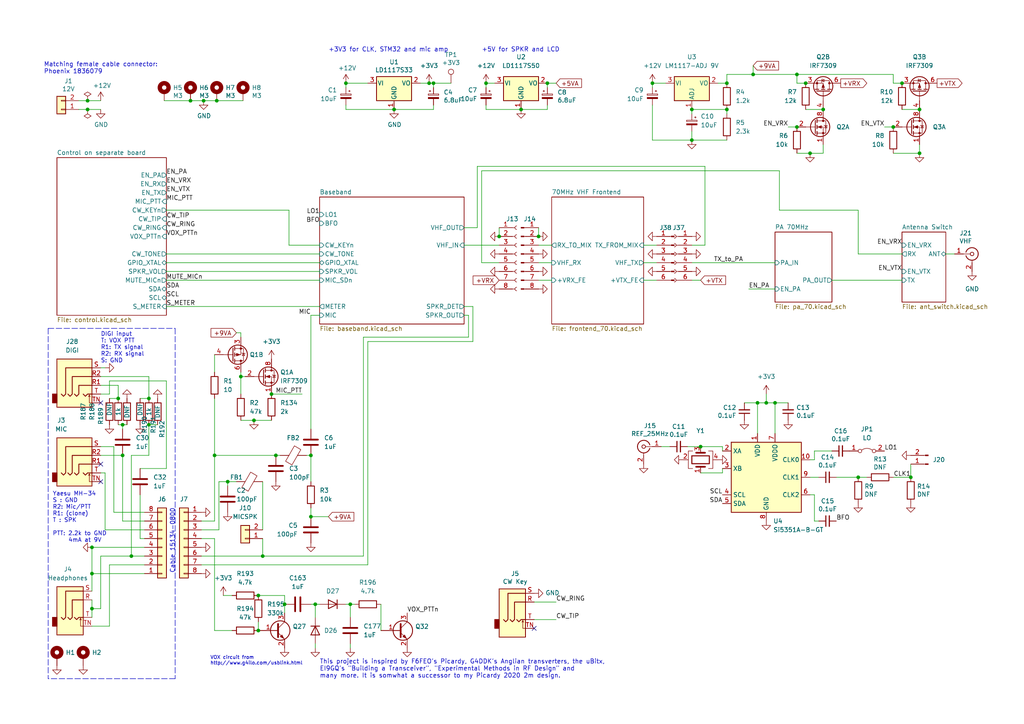
<source format=kicad_sch>
(kicad_sch (version 20211123) (generator eeschema)

  (uuid 7c83c304-769a-4be4-890e-297aba22b5b9)

  (paper "A4")

  (title_block
    (title "DART-70 TRX")
    (date "2023-03-06")
    (rev "0")
    (company "HB9EGM")
    (comment 1 "A 4m Band SSB/CW Transceiver")
  )

  

  (junction (at 222.25 116.84) (diameter 0) (color 0 0 0 0)
    (uuid 03889bb0-530a-4f17-942f-47bdd8c2143b)
  )
  (junction (at 74.93 182.88) (diameter 0) (color 0 0 0 0)
    (uuid 05f1488f-b95d-4647-953a-d2ec7eee61e9)
  )
  (junction (at 233.68 24.13) (diameter 0) (color 0 0 0 0)
    (uuid 0d713598-e0d7-4b64-806d-d27b5ae84128)
  )
  (junction (at 101.6 175.26) (diameter 0) (color 0 0 0 0)
    (uuid 0efaee8b-abcf-47a1-94ab-452bdfc4d10d)
  )
  (junction (at 248.92 138.43) (diameter 0) (color 0 0 0 0)
    (uuid 11ea7b85-b26d-4a7d-aaed-956352284452)
  )
  (junction (at 59.055 29.21) (diameter 0) (color 0 0 0 0)
    (uuid 130d74aa-cfde-4c45-8bfe-183aacd4590f)
  )
  (junction (at 266.7 44.45) (diameter 0) (color 0 0 0 0)
    (uuid 1379c036-b3e0-455b-b639-0f5dd015d03b)
  )
  (junction (at 210.82 24.13) (diameter 0) (color 0 0 0 0)
    (uuid 13b9a948-b29a-4475-8f42-f20ed3ed1c6a)
  )
  (junction (at 125.73 24.13) (diameter 0) (color 0 0 0 0)
    (uuid 1c29ab88-8089-4a9f-b0ec-e0493fb70d1a)
  )
  (junction (at 38.1 161.29) (diameter 0) (color 0 0 0 0)
    (uuid 2002fb77-6ce7-45e9-a078-9e559a07f8f6)
  )
  (junction (at 231.14 36.83) (diameter 0) (color 0 0 0 0)
    (uuid 2c691037-8de1-4537-a0ef-41ed59613839)
  )
  (junction (at 200.66 31.75) (diameter 0) (color 0 0 0 0)
    (uuid 398ec90b-61af-4d36-9539-63397d126e21)
  )
  (junction (at 156.21 68.58) (diameter 0) (color 0 0 0 0)
    (uuid 3f2e667c-7f64-4e6d-b9b3-bdcde11173db)
  )
  (junction (at 62.23 132.08) (diameter 0) (color 0 0 0 0)
    (uuid 3faced87-a683-4722-a968-6c8f858b2a89)
  )
  (junction (at 210.82 31.75) (diameter 0) (color 0 0 0 0)
    (uuid 4242ccf2-3c4d-4a22-8247-2311c54121ff)
  )
  (junction (at 231.14 21.59) (diameter 0) (color 0 0 0 0)
    (uuid 4750ee37-26c3-426a-a03a-0a50ee4de791)
  )
  (junction (at 55.245 29.21) (diameter 0) (color 0 0 0 0)
    (uuid 48d3528f-d200-4dbf-87c6-2835721afb0e)
  )
  (junction (at 26.67 158.75) (diameter 0) (color 0 0 0 0)
    (uuid 4909e963-8ed8-4cc7-a752-cf9a746ceb8a)
  )
  (junction (at 144.78 68.58) (diameter 0) (color 0 0 0 0)
    (uuid 49feb31b-fe70-4f82-99f6-3dbf467a2edc)
  )
  (junction (at 100.33 24.13) (diameter 0) (color 0 0 0 0)
    (uuid 547281cc-eb15-43de-9560-1b10e39a19ed)
  )
  (junction (at 91.44 175.26) (diameter 0) (color 0 0 0 0)
    (uuid 54fc4616-1350-49bf-925e-695b28bb395e)
  )
  (junction (at 238.76 31.75) (diameter 0) (color 0 0 0 0)
    (uuid 5591956a-807b-4208-83a4-6327422e118a)
  )
  (junction (at 26.67 176.53) (diameter 0) (color 0 0 0 0)
    (uuid 6b9394bd-5e58-42ea-a9a4-f58e854aea5c)
  )
  (junction (at 224.79 116.84) (diameter 0) (color 0 0 0 0)
    (uuid 7e67c67f-3a1d-491c-a9ea-d2c0b71576e9)
  )
  (junction (at 69.85 109.22) (diameter 0) (color 0 0 0 0)
    (uuid 8f8b4db5-ccfd-4760-89f5-ba5b4218d486)
  )
  (junction (at 259.08 36.83) (diameter 0) (color 0 0 0 0)
    (uuid 906f16af-3f1b-4545-bda0-18ebce89ce96)
  )
  (junction (at 140.97 24.13) (diameter 0) (color 0 0 0 0)
    (uuid 91bb5e66-90e9-4aff-b233-5b8d53e4ad1c)
  )
  (junction (at 124.46 24.13) (diameter 0) (color 0 0 0 0)
    (uuid 94eb2c38-e244-489c-ba32-44729ff54deb)
  )
  (junction (at 35.56 123.19) (diameter 0) (color 0 0 0 0)
    (uuid 9d55ccbc-4aa6-43b2-aa9c-42e27befe7f1)
  )
  (junction (at 26.67 166.37) (diameter 0) (color 0 0 0 0)
    (uuid 9fb2ca3c-8612-4c01-a40b-6e7e5895a1a0)
  )
  (junction (at 189.23 24.13) (diameter 0) (color 0 0 0 0)
    (uuid a01cdcc4-8ed1-4b36-8702-1b68481a60d9)
  )
  (junction (at 200.66 40.64) (diameter 0) (color 0 0 0 0)
    (uuid a13e5fb2-5800-4421-9e39-63277f01a71d)
  )
  (junction (at 264.16 138.43) (diameter 0) (color 0 0 0 0)
    (uuid a9fed849-c0d2-45ff-802c-7da3e4c52c0a)
  )
  (junction (at 78.74 114.3) (diameter 0) (color 0 0 0 0)
    (uuid aad4a030-3461-4b1e-9322-ba1ad3ac5597)
  )
  (junction (at 25.4 29.21) (diameter 0) (color 0 0 0 0)
    (uuid adc5f7d1-bf98-4196-9716-012c4f4b6a0a)
  )
  (junction (at 114.3 31.75) (diameter 0) (color 0 0 0 0)
    (uuid b0c265f7-c716-45d5-8397-630db4d2cf65)
  )
  (junction (at 218.44 21.59) (diameter 0) (color 0 0 0 0)
    (uuid b48c282b-d280-4718-bf3a-caf683cb767c)
  )
  (junction (at 82.55 175.26) (diameter 0) (color 0 0 0 0)
    (uuid c004f84b-d700-424b-b84c-a145b0082928)
  )
  (junction (at 35.56 132.08) (diameter 0) (color 0 0 0 0)
    (uuid c1ab7d65-d6a4-4014-80e6-4813d19456de)
  )
  (junction (at 74.93 172.72) (diameter 0) (color 0 0 0 0)
    (uuid c53356f3-b76d-4e9b-819d-f464046dcdf2)
  )
  (junction (at 34.29 115.57) (diameter 0) (color 0 0 0 0)
    (uuid cfd0ce93-955b-4a4c-b9df-adb69c4364b8)
  )
  (junction (at 234.95 44.45) (diameter 0) (color 0 0 0 0)
    (uuid d26d0a63-c69d-4774-9fba-12ed686b99f6)
  )
  (junction (at 73.66 121.92) (diameter 0) (color 0 0 0 0)
    (uuid d44ecef8-311a-4d38-9013-95c8299ff6b2)
  )
  (junction (at 62.865 29.21) (diameter 0) (color 0 0 0 0)
    (uuid d4b4dbc7-e763-47b2-a6cb-b5c021db8bcc)
  )
  (junction (at 66.04 139.7) (diameter 0) (color 0 0 0 0)
    (uuid d4c3f5bf-47cb-4030-92b0-bec21d62f389)
  )
  (junction (at 25.4 31.75) (diameter 0) (color 0 0 0 0)
    (uuid d4fc8b6d-311c-464d-9e39-e6d9dd34ed03)
  )
  (junction (at 261.62 24.13) (diameter 0) (color 0 0 0 0)
    (uuid d531b677-92b2-4589-8265-ffb9f0a9f471)
  )
  (junction (at 80.01 132.08) (diameter 0) (color 0 0 0 0)
    (uuid d7ecc3d2-2b6e-4e36-92b9-1b58fb257359)
  )
  (junction (at 90.17 132.08) (diameter 0) (color 0 0 0 0)
    (uuid d9abc64c-b691-4ece-b128-4f1d7b31754f)
  )
  (junction (at 43.18 115.57) (diameter 0) (color 0 0 0 0)
    (uuid e9342213-9707-4d1c-a69f-a3da6fb99c7a)
  )
  (junction (at 158.75 24.13) (diameter 0) (color 0 0 0 0)
    (uuid eb69835d-9be6-45e6-b58c-d2902ddb8fb1)
  )
  (junction (at 266.7 31.75) (diameter 0) (color 0 0 0 0)
    (uuid eeabe6f1-2db7-4eed-bd0c-6e41b390284d)
  )
  (junction (at 90.17 149.86) (diameter 0) (color 0 0 0 0)
    (uuid ef105c45-a454-45c2-badb-d87d915177ef)
  )
  (junction (at 76.2 161.29) (diameter 0) (color 0 0 0 0)
    (uuid f4c650b7-943a-4c93-b622-c1362c969577)
  )
  (junction (at 219.71 116.84) (diameter 0) (color 0 0 0 0)
    (uuid f747ec33-420b-45bc-9778-b4604b083211)
  )
  (junction (at 151.13 31.75) (diameter 0) (color 0 0 0 0)
    (uuid f74be2ca-c140-4c85-937a-a008e4f4ddb7)
  )
  (junction (at 203.2 129.54) (diameter 0) (color 0 0 0 0)
    (uuid f8c9e2c3-818f-482b-ad48-f9fb56a455b0)
  )
  (junction (at 43.18 123.19) (diameter 0) (color 0 0 0 0)
    (uuid fd55beb5-af4c-45f5-9d86-830ec1cfc7da)
  )

  (no_connect (at 29.21 116.84) (uuid 2ccef648-ad61-491f-991d-149354748107))
  (no_connect (at 29.21 139.7) (uuid 891b06d0-7775-40c2-8d16-5452402b91d5))
  (no_connect (at 154.94 182.245) (uuid 9e56fb84-5b0b-47eb-9ee7-e24e7c08829b))
  (no_connect (at 29.21 134.62) (uuid b2135387-8c57-44ac-8ab3-29b54b43f871))

  (wire (pts (xy 25.4 31.75) (xy 29.21 31.75))
    (stroke (width 0) (type default) (color 0 0 0 0))
    (uuid 002154dd-fd21-426e-8f51-d82382197384)
  )
  (wire (pts (xy 144.78 66.04) (xy 144.78 68.58))
    (stroke (width 0) (type default) (color 0 0 0 0))
    (uuid 002bee17-761d-4946-b10f-f0b42371b19d)
  )
  (wire (pts (xy 248.92 60.96) (xy 248.92 73.66))
    (stroke (width 0) (type default) (color 0 0 0 0))
    (uuid 0051a5cc-b7c8-41b6-8151-8600227de8e2)
  )
  (wire (pts (xy 90.17 132.08) (xy 90.17 139.7))
    (stroke (width 0) (type default) (color 0 0 0 0))
    (uuid 008a59ee-36fb-4f36-a8b0-5cc99b1e8598)
  )
  (wire (pts (xy 248.92 73.66) (xy 261.62 73.66))
    (stroke (width 0) (type default) (color 0 0 0 0))
    (uuid 0116339a-5f0d-4745-a575-44652fb7d9b0)
  )
  (wire (pts (xy 29.21 111.76) (xy 34.29 111.76))
    (stroke (width 0) (type default) (color 0 0 0 0))
    (uuid 012e2806-a99e-44f3-bc66-c467def38bd2)
  )
  (wire (pts (xy 110.49 175.26) (xy 110.49 182.88))
    (stroke (width 0) (type default) (color 0 0 0 0))
    (uuid 025ac572-24f4-4397-b69b-bade669b4c40)
  )
  (wire (pts (xy 83.82 71.12) (xy 83.82 60.96))
    (stroke (width 0) (type default) (color 0 0 0 0))
    (uuid 04508b78-b957-4886-b3fa-3d951fb6452d)
  )
  (wire (pts (xy 236.22 133.35) (xy 234.95 133.35))
    (stroke (width 0) (type default) (color 0 0 0 0))
    (uuid 05f6334e-7131-4999-b788-1681af60d6df)
  )
  (wire (pts (xy 218.44 21.59) (xy 210.82 21.59))
    (stroke (width 0) (type default) (color 0 0 0 0))
    (uuid 09d1af20-c357-48ec-a10f-915c880f15b6)
  )
  (wire (pts (xy 158.75 24.13) (xy 158.75 25.4))
    (stroke (width 0) (type default) (color 0 0 0 0))
    (uuid 09fbb099-19ff-4c9e-b717-ff9eedac992b)
  )
  (wire (pts (xy 140.97 30.48) (xy 140.97 31.75))
    (stroke (width 0) (type default) (color 0 0 0 0))
    (uuid 0a3a19af-7bfa-4df3-9b73-b98420c4a518)
  )
  (wire (pts (xy 55.245 29.21) (xy 59.055 29.21))
    (stroke (width 0) (type default) (color 0 0 0 0))
    (uuid 0aad0e8d-0747-412b-85ac-039bbac4ff5e)
  )
  (wire (pts (xy 266.7 41.91) (xy 266.7 44.45))
    (stroke (width 0) (type default) (color 0 0 0 0))
    (uuid 0b3a2a48-0270-494e-962a-3658a00a0875)
  )
  (wire (pts (xy 226.06 60.96) (xy 248.92 60.96))
    (stroke (width 0) (type default) (color 0 0 0 0))
    (uuid 0bdff19d-fbde-4835-a259-d36d2ec0e6fd)
  )
  (wire (pts (xy 222.25 116.84) (xy 224.79 116.84))
    (stroke (width 0) (type default) (color 0 0 0 0))
    (uuid 0dd7a947-881a-4477-b1f8-b88536ca8809)
  )
  (wire (pts (xy 100.33 24.13) (xy 100.33 25.4))
    (stroke (width 0) (type default) (color 0 0 0 0))
    (uuid 11b5652b-07d3-428f-98d5-c354cf3693b1)
  )
  (wire (pts (xy 140.97 31.75) (xy 151.13 31.75))
    (stroke (width 0) (type default) (color 0 0 0 0))
    (uuid 160e3a4c-588b-4e79-ac75-f98bf80b7e0b)
  )
  (wire (pts (xy 22.86 31.75) (xy 25.4 31.75))
    (stroke (width 0) (type default) (color 0 0 0 0))
    (uuid 174d3312-33d6-4bed-98f6-7ee988ce0253)
  )
  (wire (pts (xy 210.82 31.75) (xy 210.82 33.02))
    (stroke (width 0) (type default) (color 0 0 0 0))
    (uuid 17fc291b-23f9-4de7-9168-978b13dcd03c)
  )
  (wire (pts (xy 63.5 153.67) (xy 63.5 139.7))
    (stroke (width 0) (type default) (color 0 0 0 0))
    (uuid 1869a25a-7405-4101-9da6-55f7c1e87e39)
  )
  (wire (pts (xy 26.67 166.37) (xy 41.91 166.37))
    (stroke (width 0) (type default) (color 0 0 0 0))
    (uuid 1bcf4a11-4c4f-42b8-9e84-ad79d97ffe8f)
  )
  (wire (pts (xy 69.85 96.52) (xy 68.58 96.52))
    (stroke (width 0) (type default) (color 0 0 0 0))
    (uuid 1c42fb18-8951-420c-93b3-b390805a99ab)
  )
  (wire (pts (xy 76.2 156.21) (xy 76.2 161.29))
    (stroke (width 0) (type default) (color 0 0 0 0))
    (uuid 1c9f0aaa-a7f3-4c99-ac2e-10f6713b49b4)
  )
  (wire (pts (xy 74.93 172.72) (xy 82.55 172.72))
    (stroke (width 0) (type default) (color 0 0 0 0))
    (uuid 1d4132f7-1f35-449b-a4a4-451bd4dc48ab)
  )
  (wire (pts (xy 35.56 123.19) (xy 36.83 123.19))
    (stroke (width 0) (type default) (color 0 0 0 0))
    (uuid 1f7003d3-e395-4fae-a4ec-81e60f5ef90f)
  )
  (wire (pts (xy 41.91 148.59) (xy 33.02 148.59))
    (stroke (width 0) (type default) (color 0 0 0 0))
    (uuid 216cd782-5819-4b5e-931f-7587d15e2161)
  )
  (wire (pts (xy 82.55 177.8) (xy 82.55 175.26))
    (stroke (width 0) (type default) (color 0 0 0 0))
    (uuid 219438ca-bd57-4fea-aeb4-810d77461a18)
  )
  (wire (pts (xy 193.04 24.13) (xy 189.23 24.13))
    (stroke (width 0) (type default) (color 0 0 0 0))
    (uuid 2199bdfc-0462-4363-af5e-16d8e19d600a)
  )
  (polyline (pts (xy 13.97 95.25) (xy 50.8 95.25))
    (stroke (width 0) (type default) (color 0 0 0 0))
    (uuid 246d8c70-0329-4f4d-9351-49df120458af)
  )

  (wire (pts (xy 73.66 121.92) (xy 78.74 121.92))
    (stroke (width 0) (type default) (color 0 0 0 0))
    (uuid 25eb4e9a-a9bc-41d9-ba86-5c87b9db25c8)
  )
  (wire (pts (xy 100.33 24.13) (xy 106.68 24.13))
    (stroke (width 0) (type default) (color 0 0 0 0))
    (uuid 28eca374-9b5c-4480-a1a6-52ddcbb57db2)
  )
  (wire (pts (xy 40.64 115.57) (xy 43.18 115.57))
    (stroke (width 0) (type default) (color 0 0 0 0))
    (uuid 2a3464a0-2ccd-434c-8817-4d7a2f14c67a)
  )
  (wire (pts (xy 234.95 138.43) (xy 237.49 138.43))
    (stroke (width 0) (type default) (color 0 0 0 0))
    (uuid 2a86319a-5a94-4745-ad80-6b5c02f72e82)
  )
  (wire (pts (xy 158.75 24.13) (xy 161.29 24.13))
    (stroke (width 0) (type default) (color 0 0 0 0))
    (uuid 2ea38bc3-7d3b-428e-a271-404ee98e752b)
  )
  (wire (pts (xy 135.89 91.44) (xy 135.89 97.79))
    (stroke (width 0) (type default) (color 0 0 0 0))
    (uuid 2f9b686c-0a8f-432b-9e90-c788e62691c6)
  )
  (wire (pts (xy 200.66 40.64) (xy 210.82 40.64))
    (stroke (width 0) (type default) (color 0 0 0 0))
    (uuid 33f01d9a-6abc-40a9-9b6b-d34bddbf731f)
  )
  (wire (pts (xy 256.54 36.83) (xy 259.08 36.83))
    (stroke (width 0) (type default) (color 0 0 0 0))
    (uuid 345987da-5aa5-4c5e-90e1-ddf0086ed5fb)
  )
  (wire (pts (xy 58.42 161.29) (xy 76.2 161.29))
    (stroke (width 0) (type default) (color 0 0 0 0))
    (uuid 361f9eaf-2e29-4825-b35a-439064c6d2db)
  )
  (wire (pts (xy 91.44 175.26) (xy 92.71 175.26))
    (stroke (width 0) (type default) (color 0 0 0 0))
    (uuid 36854e14-46fb-4279-bf79-0322ad1da42a)
  )
  (wire (pts (xy 62.23 102.87) (xy 62.23 107.95))
    (stroke (width 0) (type default) (color 0 0 0 0))
    (uuid 3729b657-384d-440e-9b38-b75590f72741)
  )
  (wire (pts (xy 139.7 76.2) (xy 144.78 76.2))
    (stroke (width 0) (type default) (color 0 0 0 0))
    (uuid 3a4811bf-b539-4978-b0d8-fe47f179161b)
  )
  (wire (pts (xy 67.31 172.72) (xy 64.77 172.72))
    (stroke (width 0) (type default) (color 0 0 0 0))
    (uuid 3cddbb36-7343-44a2-9871-f6b2e73f7d17)
  )
  (wire (pts (xy 134.62 66.04) (xy 138.43 66.04))
    (stroke (width 0) (type default) (color 0 0 0 0))
    (uuid 3ee41aac-558c-43a3-a816-e31001ae8352)
  )
  (wire (pts (xy 48.26 76.2) (xy 92.71 76.2))
    (stroke (width 0) (type default) (color 0 0 0 0))
    (uuid 3eeccf02-360d-4377-89f3-2458946d5853)
  )
  (wire (pts (xy 62.23 156.21) (xy 62.23 182.88))
    (stroke (width 0) (type default) (color 0 0 0 0))
    (uuid 401f2d1f-acc6-4e14-9963-49ecb3bd4627)
  )
  (wire (pts (xy 41.91 158.75) (xy 26.67 158.75))
    (stroke (width 0) (type default) (color 0 0 0 0))
    (uuid 4112aabb-0408-4a3a-9841-f57862637df1)
  )
  (wire (pts (xy 158.75 31.75) (xy 151.13 31.75))
    (stroke (width 0) (type default) (color 0 0 0 0))
    (uuid 443127ca-ab31-4ac0-90cc-723625487807)
  )
  (wire (pts (xy 208.28 24.13) (xy 210.82 24.13))
    (stroke (width 0) (type default) (color 0 0 0 0))
    (uuid 4435e8ff-b63e-4b32-81db-49caa0dd6c5f)
  )
  (wire (pts (xy 69.85 107.95) (xy 69.85 109.22))
    (stroke (width 0) (type default) (color 0 0 0 0))
    (uuid 469d1dea-56e9-4051-acba-b2ec5e9a2c33)
  )
  (wire (pts (xy 137.16 99.06) (xy 106.68 99.06))
    (stroke (width 0) (type default) (color 0 0 0 0))
    (uuid 486a1fd1-79e7-4a68-b1ac-61ed26e2b36d)
  )
  (wire (pts (xy 48.26 110.49) (xy 48.26 135.89))
    (stroke (width 0) (type default) (color 0 0 0 0))
    (uuid 48ad150c-3074-4e76-bbd8-ec98c624b5bc)
  )
  (wire (pts (xy 62.23 115.57) (xy 62.23 132.08))
    (stroke (width 0) (type default) (color 0 0 0 0))
    (uuid 496b1a5f-d49c-4515-8e6b-7fb584585bdd)
  )
  (polyline (pts (xy 50.8 95.25) (xy 50.8 196.85))
    (stroke (width 0) (type default) (color 0 0 0 0))
    (uuid 4b105a5f-5ed5-49ae-8bb9-f1d8c5566b50)
  )

  (wire (pts (xy 135.89 97.79) (xy 105.41 97.79))
    (stroke (width 0) (type default) (color 0 0 0 0))
    (uuid 4c2ca5f1-ff49-468e-a870-b80100e1827e)
  )
  (wire (pts (xy 210.82 21.59) (xy 210.82 24.13))
    (stroke (width 0) (type default) (color 0 0 0 0))
    (uuid 4c57c394-f97c-4a0b-80d4-0b5157781c3b)
  )
  (wire (pts (xy 76.2 161.29) (xy 105.41 161.29))
    (stroke (width 0) (type default) (color 0 0 0 0))
    (uuid 4d2c10b1-9329-409f-bc4d-94aebd58963e)
  )
  (wire (pts (xy 261.62 31.75) (xy 266.7 31.75))
    (stroke (width 0) (type default) (color 0 0 0 0))
    (uuid 4d5acc98-17ff-4e60-af52-349a1269dddf)
  )
  (wire (pts (xy 139.7 49.53) (xy 139.7 76.2))
    (stroke (width 0) (type default) (color 0 0 0 0))
    (uuid 4ecfe5c5-d7fc-4d05-be28-1ed42c507ec3)
  )
  (wire (pts (xy 219.71 116.84) (xy 222.25 116.84))
    (stroke (width 0) (type default) (color 0 0 0 0))
    (uuid 5130484e-13a2-434f-935d-3be30d7a93c9)
  )
  (wire (pts (xy 156.21 81.28) (xy 160.02 81.28))
    (stroke (width 0) (type default) (color 0 0 0 0))
    (uuid 52d9d6dd-4266-418b-bf9a-446977053e6f)
  )
  (wire (pts (xy 29.21 161.29) (xy 29.21 176.53))
    (stroke (width 0) (type default) (color 0 0 0 0))
    (uuid 53bb37bd-6ad6-430f-b5e5-21e40448d528)
  )
  (wire (pts (xy 29.21 176.53) (xy 26.67 176.53))
    (stroke (width 0) (type default) (color 0 0 0 0))
    (uuid 568b5dd5-7629-4c3d-9388-eaa54c2762b1)
  )
  (wire (pts (xy 47.625 29.21) (xy 55.245 29.21))
    (stroke (width 0) (type default) (color 0 0 0 0))
    (uuid 579d81c4-8fa6-40d5-b99a-d160787b45b9)
  )
  (wire (pts (xy 58.42 163.83) (xy 106.68 163.83))
    (stroke (width 0) (type default) (color 0 0 0 0))
    (uuid 57be2951-306e-483f-b29a-c5289beae3a0)
  )
  (wire (pts (xy 58.42 153.67) (xy 63.5 153.67))
    (stroke (width 0) (type default) (color 0 0 0 0))
    (uuid 58e4fb93-6235-473b-af92-bf79be065bda)
  )
  (wire (pts (xy 204.47 48.26) (xy 204.47 71.12))
    (stroke (width 0) (type default) (color 0 0 0 0))
    (uuid 5a05460d-15bc-4058-86e6-a6bff5598db7)
  )
  (wire (pts (xy 218.44 19.05) (xy 218.44 21.59))
    (stroke (width 0) (type default) (color 0 0 0 0))
    (uuid 5afca071-0542-406b-83f5-f8ed30e05c4c)
  )
  (wire (pts (xy 138.43 48.26) (xy 204.47 48.26))
    (stroke (width 0) (type default) (color 0 0 0 0))
    (uuid 5c0ae8f2-fb0b-4cbf-bd78-f6131c18140d)
  )
  (wire (pts (xy 134.62 91.44) (xy 135.89 91.44))
    (stroke (width 0) (type default) (color 0 0 0 0))
    (uuid 5c0d735a-ca1c-4202-8faf-02e515d1181f)
  )
  (wire (pts (xy 259.08 21.59) (xy 231.14 21.59))
    (stroke (width 0) (type default) (color 0 0 0 0))
    (uuid 5ea05504-bb96-4847-90cf-26cb1afd4244)
  )
  (wire (pts (xy 91.44 175.26) (xy 91.44 179.07))
    (stroke (width 0) (type default) (color 0 0 0 0))
    (uuid 5ed02c6b-f3b8-4641-86b2-3c4cac92a5b4)
  )
  (wire (pts (xy 101.6 186.69) (xy 101.6 187.96))
    (stroke (width 0) (type default) (color 0 0 0 0))
    (uuid 5ed5b405-912e-49a2-adbb-ff35d95f4100)
  )
  (wire (pts (xy 76.2 139.7) (xy 76.2 153.67))
    (stroke (width 0) (type default) (color 0 0 0 0))
    (uuid 601c5479-68c8-4d7c-bbde-860bd11a7597)
  )
  (wire (pts (xy 38.1 161.29) (xy 29.21 161.29))
    (stroke (width 0) (type default) (color 0 0 0 0))
    (uuid 6062b414-90cb-4cef-839a-25d90087f1b4)
  )
  (wire (pts (xy 38.1 132.08) (xy 43.18 132.08))
    (stroke (width 0) (type default) (color 0 0 0 0))
    (uuid 60d27bb0-faad-48a9-89c1-b059b592a640)
  )
  (wire (pts (xy 35.56 151.13) (xy 41.91 151.13))
    (stroke (width 0) (type default) (color 0 0 0 0))
    (uuid 6123b0cd-d677-4963-a353-8d6b35692422)
  )
  (polyline (pts (xy 50.8 196.85) (xy 13.97 196.85))
    (stroke (width 0) (type default) (color 0 0 0 0))
    (uuid 6188cf07-9c8d-498a-9db9-9718888dfe39)
  )

  (wire (pts (xy 124.46 24.13) (xy 125.73 24.13))
    (stroke (width 0) (type default) (color 0 0 0 0))
    (uuid 63da3512-bd51-489d-833d-20bce6d76019)
  )
  (wire (pts (xy 241.3 130.81) (xy 236.22 130.81))
    (stroke (width 0) (type default) (color 0 0 0 0))
    (uuid 64e90390-0f4c-4cc1-bafa-363ce23516e9)
  )
  (wire (pts (xy 236.22 151.13) (xy 236.22 143.51))
    (stroke (width 0) (type default) (color 0 0 0 0))
    (uuid 65dd0601-a23d-4c5d-b924-966fc498cbfc)
  )
  (wire (pts (xy 238.76 44.45) (xy 234.95 44.45))
    (stroke (width 0) (type default) (color 0 0 0 0))
    (uuid 67fd7240-7a2e-4504-8c70-47b3112c634e)
  )
  (wire (pts (xy 26.67 166.37) (xy 26.67 171.45))
    (stroke (width 0) (type default) (color 0 0 0 0))
    (uuid 696f862b-a951-463f-ad29-011c067090d6)
  )
  (wire (pts (xy 236.22 143.51) (xy 234.95 143.51))
    (stroke (width 0) (type default) (color 0 0 0 0))
    (uuid 699bee8c-8bc3-4aa6-b4ed-0aa4d255078a)
  )
  (wire (pts (xy 29.21 114.3) (xy 31.75 114.3))
    (stroke (width 0) (type default) (color 0 0 0 0))
    (uuid 6a5afd47-09df-4a89-803d-e13998688277)
  )
  (wire (pts (xy 38.1 161.29) (xy 38.1 132.08))
    (stroke (width 0) (type default) (color 0 0 0 0))
    (uuid 6ac2f4eb-9300-4682-9dca-8ec36d45a0ab)
  )
  (wire (pts (xy 224.79 116.84) (xy 224.79 125.73))
    (stroke (width 0) (type default) (color 0 0 0 0))
    (uuid 6b09c60c-c53b-47dd-b8b8-94f682cd2086)
  )
  (wire (pts (xy 58.42 151.13) (xy 62.23 151.13))
    (stroke (width 0) (type default) (color 0 0 0 0))
    (uuid 6cc72bfd-2651-4e90-af42-5d6cec3950c1)
  )
  (wire (pts (xy 156.21 66.04) (xy 156.21 68.58))
    (stroke (width 0) (type default) (color 0 0 0 0))
    (uuid 6d63f93a-5c70-4c67-8eef-6977db41fdd0)
  )
  (wire (pts (xy 26.67 173.99) (xy 26.67 176.53))
    (stroke (width 0) (type default) (color 0 0 0 0))
    (uuid 7019dafb-64b4-4e22-837e-9f37341a0157)
  )
  (wire (pts (xy 48.26 78.74) (xy 92.71 78.74))
    (stroke (width 0) (type default) (color 0 0 0 0))
    (uuid 73062404-be1b-4744-bd1e-9e3d624b8fb3)
  )
  (wire (pts (xy 66.04 139.7) (xy 68.58 139.7))
    (stroke (width 0) (type default) (color 0 0 0 0))
    (uuid 735e33ba-0601-4acb-983d-1656020ec14e)
  )
  (wire (pts (xy 259.08 24.13) (xy 261.62 24.13))
    (stroke (width 0) (type default) (color 0 0 0 0))
    (uuid 73697aae-1f79-401a-bdaa-9ebc2f2340de)
  )
  (wire (pts (xy 140.97 24.13) (xy 140.97 25.4))
    (stroke (width 0) (type default) (color 0 0 0 0))
    (uuid 7471700d-9a5d-406e-b9fc-bdeed49379fa)
  )
  (wire (pts (xy 25.4 29.21) (xy 29.21 29.21))
    (stroke (width 0) (type default) (color 0 0 0 0))
    (uuid 74760d5b-303c-4603-ac2e-6b5209546581)
  )
  (polyline (pts (xy 13.97 95.25) (xy 13.97 196.85))
    (stroke (width 0) (type default) (color 0 0 0 0))
    (uuid 74e37401-14d3-4e3c-84ed-7ddb4d75b44f)
  )

  (wire (pts (xy 29.21 129.54) (xy 33.02 129.54))
    (stroke (width 0) (type default) (color 0 0 0 0))
    (uuid 754f923b-5aa7-4d87-b589-d53346af6023)
  )
  (wire (pts (xy 62.23 182.88) (xy 67.31 182.88))
    (stroke (width 0) (type default) (color 0 0 0 0))
    (uuid 77cc857c-e045-46ac-921a-7b86818ca625)
  )
  (wire (pts (xy 156.21 76.2) (xy 160.02 76.2))
    (stroke (width 0) (type default) (color 0 0 0 0))
    (uuid 7887f659-7796-4d20-b8ec-45fe37db4d3b)
  )
  (wire (pts (xy 22.86 29.21) (xy 25.4 29.21))
    (stroke (width 0) (type default) (color 0 0 0 0))
    (uuid 79aced1b-30d4-4883-86bf-8a38d664736a)
  )
  (wire (pts (xy 134.62 71.12) (xy 144.78 71.12))
    (stroke (width 0) (type default) (color 0 0 0 0))
    (uuid 7b959fed-4370-4448-9d17-fbc4f5703c60)
  )
  (wire (pts (xy 31.75 115.57) (xy 34.29 115.57))
    (stroke (width 0) (type default) (color 0 0 0 0))
    (uuid 7c8f4fb6-d76c-4fd6-89a0-af30aa8d7cb9)
  )
  (wire (pts (xy 242.57 138.43) (xy 248.92 138.43))
    (stroke (width 0) (type default) (color 0 0 0 0))
    (uuid 7d4200e5-e280-4699-af56-048ba84247d3)
  )
  (wire (pts (xy 81.28 132.08) (xy 80.01 132.08))
    (stroke (width 0) (type default) (color 0 0 0 0))
    (uuid 7fcd6903-4017-464e-a708-1e51b67dd39f)
  )
  (wire (pts (xy 26.67 158.75) (xy 26.67 166.37))
    (stroke (width 0) (type default) (color 0 0 0 0))
    (uuid 80203512-93fd-487a-a00c-1916502463c3)
  )
  (wire (pts (xy 137.16 88.9) (xy 137.16 99.06))
    (stroke (width 0) (type default) (color 0 0 0 0))
    (uuid 812f91c0-f736-4383-bfee-2790347c3abf)
  )
  (wire (pts (xy 90.17 149.86) (xy 95.25 149.86))
    (stroke (width 0) (type default) (color 0 0 0 0))
    (uuid 816e41e9-8ef8-4e70-a70f-02175bdc97c4)
  )
  (wire (pts (xy 234.95 44.45) (xy 231.14 44.45))
    (stroke (width 0) (type default) (color 0 0 0 0))
    (uuid 86c60f4b-4421-4865-beff-ed93adca8ac2)
  )
  (wire (pts (xy 186.69 76.2) (xy 190.5 76.2))
    (stroke (width 0) (type default) (color 0 0 0 0))
    (uuid 89f5cd17-8501-4243-bc98-0e8a1aab3a95)
  )
  (wire (pts (xy 69.85 109.22) (xy 69.85 114.3))
    (stroke (width 0) (type default) (color 0 0 0 0))
    (uuid 8a096409-910f-4b78-890d-9e8768ba72ab)
  )
  (wire (pts (xy 43.18 109.22) (xy 29.21 109.22))
    (stroke (width 0) (type default) (color 0 0 0 0))
    (uuid 8c21da1a-7f0f-49f7-bf28-d155cb03be4b)
  )
  (wire (pts (xy 34.29 123.19) (xy 35.56 123.19))
    (stroke (width 0) (type default) (color 0 0 0 0))
    (uuid 8d12d79e-51f7-4ca7-b044-3e4e258b0ca7)
  )
  (wire (pts (xy 237.49 151.13) (xy 236.22 151.13))
    (stroke (width 0) (type default) (color 0 0 0 0))
    (uuid 8e0abe23-8e7e-48a9-af11-f26197bd8fbf)
  )
  (wire (pts (xy 74.93 180.34) (xy 74.93 182.88))
    (stroke (width 0) (type default) (color 0 0 0 0))
    (uuid 8f1ab95b-1867-4005-8242-092f60cbfea5)
  )
  (wire (pts (xy 189.23 30.48) (xy 189.23 40.64))
    (stroke (width 0) (type default) (color 0 0 0 0))
    (uuid 8f5c2a3a-b2da-434e-8810-9da52a5e413a)
  )
  (wire (pts (xy 29.21 132.08) (xy 35.56 132.08))
    (stroke (width 0) (type default) (color 0 0 0 0))
    (uuid 8fe92221-afec-47ce-a89d-2a3cf937d9a2)
  )
  (wire (pts (xy 35.56 123.19) (xy 35.56 124.46))
    (stroke (width 0) (type default) (color 0 0 0 0))
    (uuid 900073c8-27f0-4864-bec9-14e524ac2d69)
  )
  (wire (pts (xy 134.62 88.9) (xy 137.16 88.9))
    (stroke (width 0) (type default) (color 0 0 0 0))
    (uuid 906c4fbb-4fdd-48c5-aa07-85c56299e46a)
  )
  (wire (pts (xy 90.17 147.32) (xy 90.17 149.86))
    (stroke (width 0) (type default) (color 0 0 0 0))
    (uuid 91c438b1-678d-4a85-be0e-771bfbc58931)
  )
  (wire (pts (xy 233.68 31.75) (xy 238.76 31.75))
    (stroke (width 0) (type default) (color 0 0 0 0))
    (uuid 92dfb53a-5556-47b1-8088-214aebbc803d)
  )
  (wire (pts (xy 92.71 91.44) (xy 90.17 91.44))
    (stroke (width 0) (type default) (color 0 0 0 0))
    (uuid 935427ba-97bd-4319-b38c-51b473619c8a)
  )
  (wire (pts (xy 34.29 111.76) (xy 34.29 115.57))
    (stroke (width 0) (type default) (color 0 0 0 0))
    (uuid 93dc0368-dae8-476c-8070-e86bda493011)
  )
  (wire (pts (xy 158.75 30.48) (xy 158.75 31.75))
    (stroke (width 0) (type default) (color 0 0 0 0))
    (uuid 96e30a9c-78b6-4d1a-bc72-6cbdc7743876)
  )
  (wire (pts (xy 90.17 91.44) (xy 90.17 124.46))
    (stroke (width 0) (type default) (color 0 0 0 0))
    (uuid 9792cf44-3261-4d9f-8ae0-31fdeec0dc70)
  )
  (wire (pts (xy 35.56 151.13) (xy 35.56 132.08))
    (stroke (width 0) (type default) (color 0 0 0 0))
    (uuid 98ea83ac-41c6-4b7d-be63-41372bbd6e24)
  )
  (wire (pts (xy 100.33 30.48) (xy 100.33 31.75))
    (stroke (width 0) (type default) (color 0 0 0 0))
    (uuid 99f8394d-1325-4f0e-9ed0-19dceab6e1f9)
  )
  (wire (pts (xy 62.23 132.08) (xy 80.01 132.08))
    (stroke (width 0) (type default) (color 0 0 0 0))
    (uuid 9c3d736f-f850-40b5-83bf-bf71ce2d8e7c)
  )
  (wire (pts (xy 105.41 97.79) (xy 105.41 161.29))
    (stroke (width 0) (type default) (color 0 0 0 0))
    (uuid 9c4c0112-7564-4034-996a-b0e56c2141a6)
  )
  (wire (pts (xy 186.69 71.12) (xy 190.5 71.12))
    (stroke (width 0) (type default) (color 0 0 0 0))
    (uuid 9d00ede8-7480-44d8-b21e-d16dd17b75ac)
  )
  (wire (pts (xy 228.6 116.84) (xy 224.79 116.84))
    (stroke (width 0) (type default) (color 0 0 0 0))
    (uuid 9d3a7a2b-8bae-4d82-8634-16a99f57e389)
  )
  (wire (pts (xy 33.02 129.54) (xy 33.02 148.59))
    (stroke (width 0) (type default) (color 0 0 0 0))
    (uuid 9d5b6cd8-17f0-45de-b87b-5c8a0bd4db14)
  )
  (wire (pts (xy 228.6 36.83) (xy 231.14 36.83))
    (stroke (width 0) (type default) (color 0 0 0 0))
    (uuid a057c374-c462-4764-bd16-2c00eef92afa)
  )
  (wire (pts (xy 48.26 81.28) (xy 92.71 81.28))
    (stroke (width 0) (type default) (color 0 0 0 0))
    (uuid a1864b64-1865-4240-b098-5056fb759def)
  )
  (wire (pts (xy 154.94 174.625) (xy 161.29 174.625))
    (stroke (width 0) (type default) (color 0 0 0 0))
    (uuid a1abde39-78d5-402d-bb1c-75243c61d29b)
  )
  (wire (pts (xy 222.25 114.3) (xy 222.25 116.84))
    (stroke (width 0) (type default) (color 0 0 0 0))
    (uuid a39008b0-0dd6-44dc-b176-ab03b6874ae7)
  )
  (wire (pts (xy 274.32 73.66) (xy 276.86 73.66))
    (stroke (width 0) (type default) (color 0 0 0 0))
    (uuid a43beeeb-0d60-44c9-bc6b-40c9e75459e8)
  )
  (wire (pts (xy 88.9 132.08) (xy 90.17 132.08))
    (stroke (width 0) (type default) (color 0 0 0 0))
    (uuid a5f4f26e-4b82-496f-b7bb-4ed4211f8100)
  )
  (wire (pts (xy 100.33 31.75) (xy 114.3 31.75))
    (stroke (width 0) (type default) (color 0 0 0 0))
    (uuid a69bb6f5-978b-49bb-9446-4ec9cfe4501e)
  )
  (wire (pts (xy 82.55 175.26) (xy 82.55 172.72))
    (stroke (width 0) (type default) (color 0 0 0 0))
    (uuid a6baa060-c82d-461a-96f5-4f21d73265a4)
  )
  (wire (pts (xy 259.08 21.59) (xy 259.08 24.13))
    (stroke (width 0) (type default) (color 0 0 0 0))
    (uuid a7349b87-3477-4ba5-bc62-3587f94ab817)
  )
  (wire (pts (xy 66.04 140.97) (xy 66.04 139.7))
    (stroke (width 0) (type default) (color 0 0 0 0))
    (uuid a8d341ec-3332-4d82-8a1f-e52e32f564f1)
  )
  (wire (pts (xy 63.5 139.7) (xy 66.04 139.7))
    (stroke (width 0) (type default) (color 0 0 0 0))
    (uuid a9276ad3-2500-44c6-895a-e842a0033021)
  )
  (wire (pts (xy 40.64 143.51) (xy 40.64 156.21))
    (stroke (width 0) (type default) (color 0 0 0 0))
    (uuid a97e4f3d-f371-47f1-8ee9-cbe61c23c759)
  )
  (wire (pts (xy 30.48 153.67) (xy 30.48 137.16))
    (stroke (width 0) (type default) (color 0 0 0 0))
    (uuid a99a526a-0727-4d5d-b793-47c299fd72ba)
  )
  (wire (pts (xy 69.85 97.79) (xy 69.85 96.52))
    (stroke (width 0) (type default) (color 0 0 0 0))
    (uuid ab033de2-6886-4e4c-b9c3-21d6481b406d)
  )
  (wire (pts (xy 138.43 66.04) (xy 138.43 48.26))
    (stroke (width 0) (type default) (color 0 0 0 0))
    (uuid ad195d4d-ed76-4a26-ac30-01da417bd64b)
  )
  (wire (pts (xy 69.85 109.22) (xy 71.12 109.22))
    (stroke (width 0) (type default) (color 0 0 0 0))
    (uuid ad4538db-3731-4206-9c84-06101425be48)
  )
  (wire (pts (xy 231.14 21.59) (xy 218.44 21.59))
    (stroke (width 0) (type default) (color 0 0 0 0))
    (uuid ad76707e-1f2e-4941-86a0-50951acd24bc)
  )
  (wire (pts (xy 91.44 186.69) (xy 91.44 187.96))
    (stroke (width 0) (type default) (color 0 0 0 0))
    (uuid add05f6f-edf6-4631-b6b3-35897f9e8c7b)
  )
  (wire (pts (xy 189.23 40.64) (xy 200.66 40.64))
    (stroke (width 0) (type default) (color 0 0 0 0))
    (uuid aed0a299-8aa6-4a50-b993-c38efe5fdd7a)
  )
  (wire (pts (xy 217.17 83.82) (xy 224.79 83.82))
    (stroke (width 0) (type default) (color 0 0 0 0))
    (uuid b056317e-32ca-4f2d-b310-fc1492cc5060)
  )
  (wire (pts (xy 90.17 175.26) (xy 91.44 175.26))
    (stroke (width 0) (type default) (color 0 0 0 0))
    (uuid b1a62f88-404d-483f-bb63-16c8188b4f3a)
  )
  (wire (pts (xy 189.23 24.13) (xy 189.23 25.4))
    (stroke (width 0) (type default) (color 0 0 0 0))
    (uuid b1ea2466-2371-4b96-9289-6c42e0f0b899)
  )
  (wire (pts (xy 62.23 151.13) (xy 62.23 132.08))
    (stroke (width 0) (type default) (color 0 0 0 0))
    (uuid b32653e4-7801-40ea-b61b-f0311c01d3b4)
  )
  (wire (pts (xy 266.7 44.45) (xy 259.08 44.45))
    (stroke (width 0) (type default) (color 0 0 0 0))
    (uuid b5cbe891-dcdf-4951-8f0a-b2c28e4293cd)
  )
  (wire (pts (xy 58.42 156.21) (xy 62.23 156.21))
    (stroke (width 0) (type default) (color 0 0 0 0))
    (uuid b66c197d-a987-4d64-bb63-7ddb1a72d7fd)
  )
  (wire (pts (xy 31.75 110.49) (xy 48.26 110.49))
    (stroke (width 0) (type default) (color 0 0 0 0))
    (uuid b81d0c78-d550-41d4-a1eb-117ebf171da9)
  )
  (wire (pts (xy 101.6 175.26) (xy 102.87 175.26))
    (stroke (width 0) (type default) (color 0 0 0 0))
    (uuid ba28163c-9ab2-44c5-b089-1433660941d6)
  )
  (wire (pts (xy 231.14 24.13) (xy 233.68 24.13))
    (stroke (width 0) (type default) (color 0 0 0 0))
    (uuid bb78f99c-6783-4afe-a661-68817d4180ab)
  )
  (wire (pts (xy 236.22 130.81) (xy 236.22 133.35))
    (stroke (width 0) (type default) (color 0 0 0 0))
    (uuid bcb20d96-4c0e-4c98-a263-0cdd41ab15e5)
  )
  (wire (pts (xy 31.75 114.3) (xy 31.75 110.49))
    (stroke (width 0) (type default) (color 0 0 0 0))
    (uuid bd0e4fad-23a4-44c5-8109-e923d950f5c3)
  )
  (wire (pts (xy 200.66 38.1) (xy 200.66 40.64))
    (stroke (width 0) (type default) (color 0 0 0 0))
    (uuid bda7a16e-b931-4d51-b769-ff5809beef5f)
  )
  (wire (pts (xy 48.26 60.96) (xy 83.82 60.96))
    (stroke (width 0) (type default) (color 0 0 0 0))
    (uuid bfce1213-d511-4811-bc9d-beb994b8b9fe)
  )
  (wire (pts (xy 31.75 163.83) (xy 31.75 181.61))
    (stroke (width 0) (type default) (color 0 0 0 0))
    (uuid c0738ee3-5ef6-48be-9a20-f10b8cdc3a6d)
  )
  (wire (pts (xy 41.91 161.29) (xy 38.1 161.29))
    (stroke (width 0) (type default) (color 0 0 0 0))
    (uuid c12b5903-2f75-49c3-8332-69e02fb1aff7)
  )
  (wire (pts (xy 41.91 156.21) (xy 40.64 156.21))
    (stroke (width 0) (type default) (color 0 0 0 0))
    (uuid c13eaffb-5c39-4e48-8c42-cc2bcee712b4)
  )
  (wire (pts (xy 219.71 116.84) (xy 219.71 125.73))
    (stroke (width 0) (type default) (color 0 0 0 0))
    (uuid c24d03f2-5bff-4d74-88e5-481cd2f1e035)
  )
  (wire (pts (xy 264.16 138.43) (xy 264.16 134.62))
    (stroke (width 0) (type default) (color 0 0 0 0))
    (uuid c48e879f-0b64-4f86-a8cf-003dbff29c4e)
  )
  (wire (pts (xy 226.06 49.53) (xy 226.06 60.96))
    (stroke (width 0) (type default) (color 0 0 0 0))
    (uuid c4edda47-532d-4e95-9fc8-38bd0ed58dfb)
  )
  (wire (pts (xy 106.68 99.06) (xy 106.68 163.83))
    (stroke (width 0) (type default) (color 0 0 0 0))
    (uuid c5747d63-7293-4c9e-a6a4-eaa0310e86ea)
  )
  (wire (pts (xy 186.69 81.28) (xy 190.5 81.28))
    (stroke (width 0) (type default) (color 0 0 0 0))
    (uuid c64a6907-65ea-4d9f-8271-b12257b06b60)
  )
  (wire (pts (xy 251.46 138.43) (xy 248.92 138.43))
    (stroke (width 0) (type default) (color 0 0 0 0))
    (uuid cbbfb5e5-7e85-4367-b6a7-9b21fc6d9e17)
  )
  (wire (pts (xy 139.7 49.53) (xy 226.06 49.53))
    (stroke (width 0) (type default) (color 0 0 0 0))
    (uuid cbd19eae-411c-4ba9-9265-3a6ab1b93364)
  )
  (wire (pts (xy 203.2 137.16) (xy 209.55 137.16))
    (stroke (width 0) (type default) (color 0 0 0 0))
    (uuid cc89f37d-2221-4ee8-a763-21432c733f93)
  )
  (wire (pts (xy 121.92 24.13) (xy 124.46 24.13))
    (stroke (width 0) (type default) (color 0 0 0 0))
    (uuid cdc3b2bb-9f60-476c-ac94-bf550b6e7b5e)
  )
  (wire (pts (xy 238.76 41.91) (xy 238.76 44.45))
    (stroke (width 0) (type default) (color 0 0 0 0))
    (uuid cdf8245b-2e03-441d-8536-8e14a3d0d2ff)
  )
  (wire (pts (xy 215.9 116.84) (xy 219.71 116.84))
    (stroke (width 0) (type default) (color 0 0 0 0))
    (uuid ceb52c7a-a12c-449a-be98-109b3a3bd409)
  )
  (wire (pts (xy 41.91 163.83) (xy 31.75 163.83))
    (stroke (width 0) (type default) (color 0 0 0 0))
    (uuid d1791382-8e9e-408d-8461-11f5ded4ad48)
  )
  (wire (pts (xy 203.2 81.28) (xy 200.66 81.28))
    (stroke (width 0) (type default) (color 0 0 0 0))
    (uuid d3a84e57-57ed-4e86-bbef-110f27537e2d)
  )
  (wire (pts (xy 101.6 175.26) (xy 100.33 175.26))
    (stroke (width 0) (type default) (color 0 0 0 0))
    (uuid d45f846b-c301-44d2-87d8-543fb71fc96f)
  )
  (wire (pts (xy 209.55 129.54) (xy 209.55 130.81))
    (stroke (width 0) (type default) (color 0 0 0 0))
    (uuid d51dda35-7a1a-4d41-817a-7bb1f7f6ffd4)
  )
  (wire (pts (xy 125.73 24.13) (xy 130.81 24.13))
    (stroke (width 0) (type default) (color 0 0 0 0))
    (uuid d525e71e-c2ed-4851-a87b-7438f67fb580)
  )
  (wire (pts (xy 59.055 29.21) (xy 62.865 29.21))
    (stroke (width 0) (type default) (color 0 0 0 0))
    (uuid d5d26400-826e-40a5-a7b1-6a9ebbaedfb4)
  )
  (wire (pts (xy 204.47 71.12) (xy 200.66 71.12))
    (stroke (width 0) (type default) (color 0 0 0 0))
    (uuid d6359d4b-1c12-4663-b116-45be3135a185)
  )
  (wire (pts (xy 43.18 109.22) (xy 43.18 115.57))
    (stroke (width 0) (type default) (color 0 0 0 0))
    (uuid d69edc37-e033-4412-95fb-f9006872dc8c)
  )
  (wire (pts (xy 241.3 81.28) (xy 261.62 81.28))
    (stroke (width 0) (type default) (color 0 0 0 0))
    (uuid dd34928a-03c5-4a5d-a033-92155af70ac7)
  )
  (wire (pts (xy 140.97 24.13) (xy 143.51 24.13))
    (stroke (width 0) (type default) (color 0 0 0 0))
    (uuid dd927172-6a9a-406f-a951-4e7f78cebb7b)
  )
  (wire (pts (xy 101.6 179.07) (xy 101.6 175.26))
    (stroke (width 0) (type default) (color 0 0 0 0))
    (uuid df100a56-7392-493d-8b6e-86fc6143d01d)
  )
  (wire (pts (xy 62.865 29.21) (xy 70.485 29.21))
    (stroke (width 0) (type default) (color 0 0 0 0))
    (uuid dfd58d9e-0c03-4a20-9983-0d32c26093d8)
  )
  (wire (pts (xy 29.21 137.16) (xy 30.48 137.16))
    (stroke (width 0) (type default) (color 0 0 0 0))
    (uuid e0b9a722-e170-4302-a4fd-5e8753db7507)
  )
  (wire (pts (xy 26.67 176.53) (xy 26.67 179.07))
    (stroke (width 0) (type default) (color 0 0 0 0))
    (uuid e13bdf92-8a8e-480a-979d-89eb54f62599)
  )
  (wire (pts (xy 30.48 153.67) (xy 41.91 153.67))
    (stroke (width 0) (type default) (color 0 0 0 0))
    (uuid e14c95a1-54f8-45dd-a1c7-754772fa0aa1)
  )
  (wire (pts (xy 200.66 76.2) (xy 224.79 76.2))
    (stroke (width 0) (type default) (color 0 0 0 0))
    (uuid e172e707-37ee-4eca-bafc-b341a9ceabaa)
  )
  (wire (pts (xy 48.26 88.9) (xy 92.71 88.9))
    (stroke (width 0) (type default) (color 0 0 0 0))
    (uuid e1e720db-7dfc-41da-9ad4-b3768ff49c06)
  )
  (wire (pts (xy 114.3 31.75) (xy 125.73 31.75))
    (stroke (width 0) (type default) (color 0 0 0 0))
    (uuid e264f0d9-6386-4838-a810-81df8032f681)
  )
  (wire (pts (xy 43.18 123.19) (xy 45.72 123.19))
    (stroke (width 0) (type default) (color 0 0 0 0))
    (uuid e7845d68-e5dc-4948-b8be-e64f3e188bb5)
  )
  (wire (pts (xy 154.94 179.705) (xy 161.29 179.705))
    (stroke (width 0) (type default) (color 0 0 0 0))
    (uuid e7ac32f0-5e71-4c65-ac6f-730f4731f5f7)
  )
  (wire (pts (xy 48.26 73.66) (xy 92.71 73.66))
    (stroke (width 0) (type default) (color 0 0 0 0))
    (uuid e7fda734-bc52-4f7b-a47b-c1ec6d307d8f)
  )
  (wire (pts (xy 48.26 135.89) (xy 40.64 135.89))
    (stroke (width 0) (type default) (color 0 0 0 0))
    (uuid e91dad84-d131-4d30-aeb9-ac5dff4b3633)
  )
  (wire (pts (xy 264.16 138.43) (xy 259.08 138.43))
    (stroke (width 0) (type default) (color 0 0 0 0))
    (uuid ea6f4611-7eac-4b21-b232-fff65a738b95)
  )
  (wire (pts (xy 199.39 129.54) (xy 203.2 129.54))
    (stroke (width 0) (type default) (color 0 0 0 0))
    (uuid ea97e745-2bac-4983-a78b-499e0f8d7b6d)
  )
  (wire (pts (xy 200.66 31.75) (xy 210.82 31.75))
    (stroke (width 0) (type default) (color 0 0 0 0))
    (uuid eb9b3733-e4ec-4731-87f1-5f6fd8f11a68)
  )
  (wire (pts (xy 156.21 71.12) (xy 160.02 71.12))
    (stroke (width 0) (type default) (color 0 0 0 0))
    (uuid ecfe8984-0282-4208-8f3d-aa8b3adb9dd8)
  )
  (wire (pts (xy 73.66 121.92) (xy 69.85 121.92))
    (stroke (width 0) (type default) (color 0 0 0 0))
    (uuid f0e02b10-4b80-421d-bff9-70643e16b8eb)
  )
  (wire (pts (xy 83.82 71.12) (xy 92.71 71.12))
    (stroke (width 0) (type default) (color 0 0 0 0))
    (uuid f22441fb-3978-4762-b6a3-6def4069e413)
  )
  (wire (pts (xy 194.31 129.54) (xy 191.77 129.54))
    (stroke (width 0) (type default) (color 0 0 0 0))
    (uuid f38fd353-54b3-403a-9387-7ff36888e6a9)
  )
  (wire (pts (xy 203.2 129.54) (xy 209.55 129.54))
    (stroke (width 0) (type default) (color 0 0 0 0))
    (uuid f7008c47-327e-4961-9c20-bbaf09b0d636)
  )
  (wire (pts (xy 209.55 137.16) (xy 209.55 135.89))
    (stroke (width 0) (type default) (color 0 0 0 0))
    (uuid f841e691-04bf-4057-bcb4-476ba3910c05)
  )
  (wire (pts (xy 78.74 114.3) (xy 87.63 114.3))
    (stroke (width 0) (type default) (color 0 0 0 0))
    (uuid fa65e259-7efa-4f51-bd0f-f4ac061edaac)
  )
  (wire (pts (xy 125.73 30.48) (xy 125.73 31.75))
    (stroke (width 0) (type default) (color 0 0 0 0))
    (uuid fc244ca3-4412-44ac-b1f3-44d00d15b5ac)
  )
  (wire (pts (xy 200.66 31.75) (xy 200.66 33.02))
    (stroke (width 0) (type default) (color 0 0 0 0))
    (uuid fc4a7459-1bb4-4226-8823-ec552cb8417e)
  )
  (wire (pts (xy 43.18 123.19) (xy 43.18 132.08))
    (stroke (width 0) (type default) (color 0 0 0 0))
    (uuid fcd3e21a-290b-48f5-9d98-bf10da5f3f08)
  )
  (wire (pts (xy 29.21 106.68) (xy 30.48 106.68))
    (stroke (width 0) (type default) (color 0 0 0 0))
    (uuid fe6c5c62-a539-4eb7-88f4-5a724361eef1)
  )
  (wire (pts (xy 231.14 21.59) (xy 231.14 24.13))
    (stroke (width 0) (type default) (color 0 0 0 0))
    (uuid fe8a3f3f-3126-421d-b59c-37217ed6f49c)
  )
  (wire (pts (xy 125.73 24.13) (xy 125.73 25.4))
    (stroke (width 0) (type default) (color 0 0 0 0))
    (uuid ffb99ea8-48c3-486c-94d4-7034e45d57f7)
  )
  (wire (pts (xy 31.75 181.61) (xy 26.67 181.61))
    (stroke (width 0) (type default) (color 0 0 0 0))
    (uuid ffbbcbe6-15b0-480e-b792-9f7693fff52a)
  )

  (text "+5V for SPKR and LCD" (at 139.7 15.24 0)
    (effects (font (size 1.27 1.27)) (justify left bottom))
    (uuid 239d5a08-bfc0-4925-8e7a-6431dab8181d)
  )
  (text "Matching female cable connector:\nPhoenix 1836079" (at 12.7 21.59 0)
    (effects (font (size 1.27 1.27)) (justify left bottom))
    (uuid 52ca1113-2d97-43cd-807d-891384288e72)
  )
  (text "VOX circuit from\nhttp://www.g4ilo.com/usblink.html"
    (at 60.96 193.04 0)
    (effects (font (size 1 1)) (justify left bottom))
    (uuid 690337fc-9d51-4dcd-a71e-55c152ad9d3e)
  )
  (text "Cable 15134-0800" (at 50.8 166.37 90)
    (effects (font (size 1.27 1.27)) (justify left bottom))
    (uuid 79e801b2-3848-4600-8f04-05e4cce85305)
  )
  (text "Yaesu MH-34\nS : GND\nR2: Mic/PTT\nR1: (clone)\nT : SPK\n\nPTT: 2.2k to GND\n     4mA at 9V"
    (at 15.24 157.48 0)
    (effects (font (size 1.1938 1.1938)) (justify left bottom))
    (uuid aa6d67fe-cd8b-468d-8447-611ba063ffe2)
  )
  (text "This project is inspired by F6FEO's Picardy, G4DDK's Anglian transverters, the uBitx,\nEI9GQ's \"Building a Transceiver\", \"Experimental Methods in RF Design\" and\nmany more. It is somwhat a successor to my Picardy 2020 2m design."
    (at 92.71 196.85 0)
    (effects (font (size 1.27 1.27)) (justify left bottom))
    (uuid cc99dfff-7e1c-41c9-90b0-50846ceea0a1)
  )
  (text "DIGI input\nT: VOX PTT\nR1: TX signal\nR2: RX signal\nS: GND"
    (at 29.21 105.41 0)
    (effects (font (size 1.1938 1.1938)) (justify left bottom))
    (uuid e5280dbc-7c9c-41bd-94e0-430ce12b2adc)
  )
  (text "+3V3 for CLK, STM32 and mic amp" (at 95.25 15.24 0)
    (effects (font (size 1.27 1.27)) (justify left bottom))
    (uuid fe3f7dc5-df73-4ed5-9e26-595b8cfa5333)
  )

  (label "TX_to_PA" (at 207.01 76.2 0)
    (effects (font (size 1.27 1.27)) (justify left bottom))
    (uuid 2ec14e45-c498-4099-b6a7-ce1facd68046)
  )
  (label "CLK1" (at 264.16 138.43 180)
    (effects (font (size 1.27 1.27)) (justify right bottom))
    (uuid 37559495-9dfc-4a54-80ee-fad84f20dc2a)
  )
  (label "SCL" (at 48.26 86.36 0)
    (effects (font (size 1.27 1.27)) (justify left bottom))
    (uuid 38bd102f-633a-4953-97ad-13bc577149af)
  )
  (label "SDA" (at 209.55 146.05 180)
    (effects (font (size 1.27 1.27)) (justify right bottom))
    (uuid 3e13cb83-601f-443a-a951-e96035da31e7)
  )
  (label "VOX_PTTn" (at 48.26 68.58 0)
    (effects (font (size 1.27 1.27)) (justify left bottom))
    (uuid 3fa4b4e1-2aba-4d5e-b59b-221659fe8990)
  )
  (label "EN_VRX" (at 48.26 53.34 0)
    (effects (font (size 1.27 1.27)) (justify left bottom))
    (uuid 618621f8-a3f4-49c8-9ea3-607c2df3756e)
  )
  (label "EN_PA" (at 217.17 83.82 0)
    (effects (font (size 1.27 1.27)) (justify left bottom))
    (uuid 695fa56a-671a-410f-94f3-9b23856076c0)
  )
  (label "EN_VRX" (at 228.6 36.83 180)
    (effects (font (size 1.27 1.27)) (justify right bottom))
    (uuid 74e98b59-36d3-4473-ba99-34512b96da7c)
  )
  (label "EN_VRX" (at 261.62 71.12 180)
    (effects (font (size 1.27 1.27)) (justify right bottom))
    (uuid 7537a782-1763-460e-ae31-9f2f473dc4e4)
  )
  (label "CW_RING" (at 161.29 174.625 0)
    (effects (font (size 1.27 1.27)) (justify left bottom))
    (uuid 7906f11d-49c0-4b99-b74d-443c82e1ec6a)
  )
  (label "EN_VTX" (at 256.54 36.83 180)
    (effects (font (size 1.27 1.27)) (justify right bottom))
    (uuid 7957ec6f-092b-4f74-8906-c6f8588033da)
  )
  (label "EN_VTX" (at 48.26 55.88 0)
    (effects (font (size 1.27 1.27)) (justify left bottom))
    (uuid 79771a5b-bbc0-45e2-b3e2-33121a4ba792)
  )
  (label "EN_PA" (at 48.26 50.8 0)
    (effects (font (size 1.27 1.27)) (justify left bottom))
    (uuid 7fb50f03-b808-46bc-b2b1-573487406fd3)
  )
  (label "EN_VTX" (at 261.62 78.74 180)
    (effects (font (size 1.27 1.27)) (justify right bottom))
    (uuid 7fda7dc4-9567-46c1-8ddc-3b7b56718e35)
  )
  (label "CW_RING" (at 48.26 66.04 0)
    (effects (font (size 1.27 1.27)) (justify left bottom))
    (uuid 85e987f3-11f0-4e85-9be0-8c79e37e02ec)
  )
  (label "SDA" (at 48.26 83.82 0)
    (effects (font (size 1.27 1.27)) (justify left bottom))
    (uuid 861fa728-ad72-4a0e-81c5-e00ac8e2afd5)
  )
  (label "VOX_PTTn" (at 118.11 177.8 0)
    (effects (font (size 1.27 1.27)) (justify left bottom))
    (uuid 9363c12b-73ca-4764-9b94-bd625f6dc121)
  )
  (label "MIC_PTT" (at 87.63 114.3 180)
    (effects (font (size 1.27 1.27)) (justify right bottom))
    (uuid 999a6700-22eb-4836-86fc-2c4c3f94e081)
  )
  (label "MIC_PTT" (at 48.26 58.42 0)
    (effects (font (size 1.27 1.27)) (justify left bottom))
    (uuid 9a533855-32f3-454c-b9eb-791fa757c655)
  )
  (label "CW_TIP" (at 48.26 63.5 0)
    (effects (font (size 1.27 1.27)) (justify left bottom))
    (uuid 9d366296-47c6-47a8-b170-ad51354d17b9)
  )
  (label "MIC" (at 90.17 91.44 180)
    (effects (font (size 1.27 1.27)) (justify right bottom))
    (uuid a60b880d-79d5-4af9-b917-73bba79e19a9)
  )
  (label "S_METER" (at 48.26 88.9 0)
    (effects (font (size 1.27 1.27)) (justify left bottom))
    (uuid ae9e6037-71e8-40b8-9d18-52132b11e130)
  )
  (label "LO1" (at 256.54 130.81 0)
    (effects (font (size 1.27 1.27)) (justify left bottom))
    (uuid b1685444-7ed2-49f0-840b-5ade5d456940)
  )
  (label "MUTE_MICn" (at 48.26 81.28 0)
    (effects (font (size 1.27 1.27)) (justify left bottom))
    (uuid cb0bacd7-3cb4-4f05-90bb-6eac18befcbf)
  )
  (label "LO1" (at 92.71 62.23 180)
    (effects (font (size 1.27 1.27)) (justify right bottom))
    (uuid cdac41f7-a7f2-4a3f-ba4b-bfc7d7f66152)
  )
  (label "BFO" (at 242.57 151.13 0)
    (effects (font (size 1.27 1.27)) (justify left bottom))
    (uuid e316d376-2303-43ce-9137-3f0af976260d)
  )
  (label "SCL" (at 209.55 143.51 180)
    (effects (font (size 1.27 1.27)) (justify right bottom))
    (uuid ee4f4482-0e91-4fc6-9eab-f13196efb328)
  )
  (label "CW_TIP" (at 161.29 179.705 0)
    (effects (font (size 1.27 1.27)) (justify left bottom))
    (uuid f1ca34a5-a3cd-4c57-9860-d136a96d83f6)
  )
  (label "BFO" (at 92.71 64.77 180)
    (effects (font (size 1.27 1.27)) (justify right bottom))
    (uuid f9d8824d-4312-4052-b7a4-29b601206a19)
  )

  (global_label "+VTX" (shape output) (at 271.78 24.13 0) (fields_autoplaced)
    (effects (font (size 1.27 1.27)) (justify left))
    (uuid 5715d411-82bf-4ac6-9f8b-b918cd54b27e)
    (property "Intersheet References" "${INTERSHEET_REFS}" (id 0) (at 279.0312 24.0506 0)
      (effects (font (size 1.27 1.27)) (justify left) hide)
    )
  )
  (global_label "+9VA" (shape input) (at 95.25 149.86 0) (fields_autoplaced)
    (effects (font (size 1.27 1.27)) (justify left))
    (uuid 6bdfb847-9880-4b1f-8fd6-0e3a4eccd64c)
    (property "Intersheet References" "${INTERSHEET_REFS}" (id 0) (at 102.6221 149.9394 0)
      (effects (font (size 1.27 1.27)) (justify left) hide)
    )
  )
  (global_label "+VRX" (shape output) (at 243.84 24.13 0) (fields_autoplaced)
    (effects (font (size 1.27 1.27)) (justify left))
    (uuid 8e3e968b-49f3-4efb-92bd-f40737515307)
    (property "Intersheet References" "${INTERSHEET_REFS}" (id 0) (at 251.3936 24.0506 0)
      (effects (font (size 1.27 1.27)) (justify left) hide)
    )
  )
  (global_label "+9VA" (shape input) (at 218.44 19.05 0) (fields_autoplaced)
    (effects (font (size 1.27 1.27)) (justify left))
    (uuid b3e01a68-c938-463c-b6ca-30fd22614c36)
    (property "Intersheet References" "${INTERSHEET_REFS}" (id 0) (at 225.8121 18.9706 0)
      (effects (font (size 1.27 1.27)) (justify left) hide)
    )
  )
  (global_label "+VRX" (shape input) (at 144.78 81.28 180) (fields_autoplaced)
    (effects (font (size 1.27 1.27)) (justify right))
    (uuid c079eb78-08f6-43ae-9a6f-0e3c2c3038d0)
    (property "Intersheet References" "${INTERSHEET_REFS}" (id 0) (at 137.2264 81.2006 0)
      (effects (font (size 1.27 1.27)) (justify right) hide)
    )
  )
  (global_label "+9VA" (shape input) (at 68.58 96.52 180) (fields_autoplaced)
    (effects (font (size 1.27 1.27)) (justify right))
    (uuid dbd0ed9a-743d-4c2b-b13f-8b06a78aceff)
    (property "Intersheet References" "${INTERSHEET_REFS}" (id 0) (at 61.2079 96.4406 0)
      (effects (font (size 1.27 1.27)) (justify right) hide)
    )
  )
  (global_label "+VTX" (shape input) (at 203.2 81.28 0) (fields_autoplaced)
    (effects (font (size 1.27 1.27)) (justify left))
    (uuid deea0e94-1421-4e7b-b63a-98b53f765626)
    (property "Intersheet References" "${INTERSHEET_REFS}" (id 0) (at 210.4512 81.2006 0)
      (effects (font (size 1.27 1.27)) (justify left) hide)
    )
  )
  (global_label "+5VA" (shape input) (at 161.29 24.13 0) (fields_autoplaced)
    (effects (font (size 1.27 1.27)) (justify left))
    (uuid f893aa0f-8cfb-41de-a86f-f149674614ad)
    (property "Intersheet References" "${INTERSHEET_REFS}" (id 0) (at 168.6621 24.2094 0)
      (effects (font (size 1.27 1.27)) (justify left) hide)
    )
  )

  (symbol (lib_id "power:GND") (at 222.25 151.13 0) (unit 1)
    (in_bom yes) (on_board yes) (fields_autoplaced)
    (uuid 0061bfb4-595e-4a80-898a-aee5ad06fb23)
    (property "Reference" "#PWR056" (id 0) (at 222.25 157.48 0)
      (effects (font (size 1.27 1.27)) hide)
    )
    (property "Value" "GND" (id 1) (at 222.2499 154.94 90)
      (effects (font (size 1.27 1.27)) (justify right) hide)
    )
    (property "Footprint" "" (id 2) (at 222.25 151.13 0)
      (effects (font (size 1.27 1.27)) hide)
    )
    (property "Datasheet" "" (id 3) (at 222.25 151.13 0)
      (effects (font (size 1.27 1.27)) hide)
    )
    (pin "1" (uuid e68652d2-f355-48cb-9617-e4581e89486c))
  )

  (symbol (lib_id "power:GND") (at 101.6 187.96 0) (unit 1)
    (in_bom yes) (on_board yes) (fields_autoplaced)
    (uuid 07c838eb-a24b-4013-bb3f-2502b2f07fa5)
    (property "Reference" "#PWR0263" (id 0) (at 101.6 194.31 0)
      (effects (font (size 1.27 1.27)) hide)
    )
    (property "Value" "GND" (id 1) (at 101.727 191.2112 90)
      (effects (font (size 1.27 1.27)) (justify right) hide)
    )
    (property "Footprint" "" (id 2) (at 101.6 187.96 0)
      (effects (font (size 1.27 1.27)) hide)
    )
    (property "Datasheet" "" (id 3) (at 101.6 187.96 0)
      (effects (font (size 1.27 1.27)) hide)
    )
    (pin "1" (uuid eb167b89-0b9b-45e3-8639-c2e3ec46109e))
  )

  (symbol (lib_name "CUI-SJ-43515TS-SMT_1") (lib_id "mpb:CUI-SJ-43515TS-SMT") (at 21.59 132.08 0) (unit 1)
    (in_bom yes) (on_board yes)
    (uuid 0c3d418e-6b9b-41d2-bfe3-e0fafdcc08df)
    (property "Reference" "J3" (id 0) (at 17.78 121.92 0))
    (property "Value" "MIC" (id 1) (at 17.78 124.46 0))
    (property "Footprint" "mpb:Jack_3.5mm_CUI_SJ-43515TS-SMT" (id 2) (at 16.51 146.05 0)
      (effects (font (size 1.27 1.27)) hide)
    )
    (property "Datasheet" "https://www.mouser.ch/datasheet/2/670/sj_4351x_smt-1779337.pdf" (id 3) (at 19.05 133.35 0)
      (effects (font (size 1.27 1.27)) hide)
    )
    (property "MPN" "SJ-43515TS-SMT-TR" (id 4) (at 21.59 132.08 0)
      (effects (font (size 1.27 1.27)) hide)
    )
    (property "Need_order" "0" (id 5) (at 21.59 132.08 0)
      (effects (font (size 1.27 1.27)) hide)
    )
    (pin "NC" (uuid 4a9ae459-917a-4e56-8550-a6e085fcb402))
    (pin "R1" (uuid b6b1f4a9-609f-40fb-86cb-75e53e708f1a))
    (pin "R2" (uuid ad04f755-0677-4e2e-877a-d2e2f3c1d776))
    (pin "S" (uuid d94a0a1d-24de-4760-a884-ab454c08e996))
    (pin "T" (uuid 706df1e6-f9b5-442a-9372-f462c30194f1))
    (pin "TN" (uuid 01525385-14b1-4fd0-a2ee-c26d8ec1982c))
  )

  (symbol (lib_id "power:GND") (at 90.17 157.48 0) (unit 1)
    (in_bom yes) (on_board yes) (fields_autoplaced)
    (uuid 0eddf3a3-680e-4189-b645-0f685f620bff)
    (property "Reference" "#PWR021" (id 0) (at 90.17 163.83 0)
      (effects (font (size 1.27 1.27)) hide)
    )
    (property "Value" "GND" (id 1) (at 90.297 160.7312 90)
      (effects (font (size 1.27 1.27)) (justify right) hide)
    )
    (property "Footprint" "" (id 2) (at 90.17 157.48 0)
      (effects (font (size 1.27 1.27)) hide)
    )
    (property "Datasheet" "" (id 3) (at 90.17 157.48 0)
      (effects (font (size 1.27 1.27)) hide)
    )
    (pin "1" (uuid 18cdbf1f-c81a-4e46-811e-86c4e8d65c42))
  )

  (symbol (lib_id "Regulator_Linear:LD1117S50TR_SOT223") (at 151.13 24.13 0) (unit 1)
    (in_bom yes) (on_board yes) (fields_autoplaced)
    (uuid 0f599ab7-5a53-4f5a-bde7-fcef2e2841ee)
    (property "Reference" "U2" (id 0) (at 151.13 16.51 0))
    (property "Value" "LD1117S50" (id 1) (at 151.13 19.05 0))
    (property "Footprint" "Package_TO_SOT_SMD:SOT-223-3_TabPin2" (id 2) (at 151.13 19.05 0)
      (effects (font (size 1.27 1.27)) hide)
    )
    (property "Datasheet" "/home/bram/Sync/Doc/Datasheet/ld1117.pdf" (id 3) (at 153.67 30.48 0)
      (effects (font (size 1.27 1.27)) hide)
    )
    (property "MPN" "LD1117S50CTR" (id 4) (at 151.13 24.13 0)
      (effects (font (size 1.27 1.27)) hide)
    )
    (property "Need_order" "0" (id 5) (at 151.13 24.13 0)
      (effects (font (size 1.27 1.27)) hide)
    )
    (pin "1" (uuid 0799cfe9-f73f-428f-86e0-5df9fe4be1b8))
    (pin "2" (uuid 9a642b0f-f010-4ca9-8892-5ba6582f9da8))
    (pin "3" (uuid df79b4b0-7939-4714-b2e0-4a118371874f))
  )

  (symbol (lib_id "Transistor_FET:IRF7309IPBF") (at 266.7 26.67 270) (mirror x) (unit 2)
    (in_bom yes) (on_board yes) (fields_autoplaced)
    (uuid 0f9e322e-4eb7-4922-ac71-ef5dee3be07c)
    (property "Reference" "Q3" (id 0) (at 266.7 16.51 90))
    (property "Value" "IRF7309" (id 1) (at 266.7 19.05 90))
    (property "Footprint" "Package_SO:SOIC-8_3.9x4.9mm_P1.27mm" (id 2) (at 264.795 21.59 0)
      (effects (font (size 1.27 1.27)) (justify left) hide)
    )
    (property "Datasheet" "/home/bram/Sync/Doc/Datasheet/IRF7309.pdf" (id 3) (at 266.7 24.13 0)
      (effects (font (size 1.27 1.27)) (justify left) hide)
    )
    (property "MPN" "IRF7309TRPBF" (id 5) (at 266.7 26.67 90)
      (effects (font (size 1.27 1.27)) hide)
    )
    (property "Need_order" "0" (id 4) (at 266.7 26.67 90)
      (effects (font (size 1.27 1.27)) hide)
    )
    (pin "1" (uuid d98f2c33-a62f-4cf8-87a2-61168649f191))
    (pin "2" (uuid bdee35fb-588c-4510-94fc-9a9ca1702855))
    (pin "7" (uuid 4c5df834-caa7-40ab-8e75-6d6bbfd257bb))
    (pin "8" (uuid c1dec542-6b7e-4205-9ad8-759154cc29f3))
    (pin "3" (uuid cbbb70e3-b619-4409-8d4a-ad62e1e50a5b))
    (pin "4" (uuid b45eee31-c14b-46a9-a687-28af259b3327))
    (pin "5" (uuid 503b2915-4f08-4a72-b20e-de5bfb6ef5f6))
    (pin "6" (uuid d7fe3f76-600d-47da-9a99-5b56de4d82d0))
  )

  (symbol (lib_id "power:GND") (at 266.7 44.45 0) (unit 1)
    (in_bom yes) (on_board yes) (fields_autoplaced)
    (uuid 11d72818-4927-476a-b663-3f411b19ea20)
    (property "Reference" "#PWR063" (id 0) (at 266.7 50.8 0)
      (effects (font (size 1.27 1.27)) hide)
    )
    (property "Value" "GND" (id 1) (at 266.827 47.6758 90)
      (effects (font (size 1.27 1.27)) (justify right) hide)
    )
    (property "Footprint" "" (id 2) (at 266.7 44.45 0)
      (effects (font (size 1.27 1.27)) hide)
    )
    (property "Datasheet" "" (id 3) (at 266.7 44.45 0)
      (effects (font (size 1.27 1.27)) hide)
    )
    (pin "1" (uuid a28057b0-f2c4-4c07-8fb9-f4a0591d782f))
  )

  (symbol (lib_id "power:GND") (at 40.64 123.19 0) (unit 1)
    (in_bom yes) (on_board yes)
    (uuid 125abe82-75ee-430d-8478-56d138623c39)
    (property "Reference" "#PWR0266" (id 0) (at 40.64 129.54 0)
      (effects (font (size 1.27 1.27)) hide)
    )
    (property "Value" "GND" (id 1) (at 40.767 126.4412 90)
      (effects (font (size 1.27 1.27)) (justify right) hide)
    )
    (property "Footprint" "" (id 2) (at 40.64 123.19 0)
      (effects (font (size 1.27 1.27)) hide)
    )
    (property "Datasheet" "" (id 3) (at 40.64 123.19 0)
      (effects (font (size 1.27 1.27)) hide)
    )
    (pin "1" (uuid 39203b49-1e2e-4715-9160-8ca66f84fa5d))
  )

  (symbol (lib_id "power:GND") (at 151.13 31.75 0) (unit 1)
    (in_bom yes) (on_board yes) (fields_autoplaced)
    (uuid 13233ccb-dbda-49d8-8e78-7fd77705f9f4)
    (property "Reference" "#PWR025" (id 0) (at 151.13 38.1 0)
      (effects (font (size 1.27 1.27)) hide)
    )
    (property "Value" "GND" (id 1) (at 151.1299 35.56 90)
      (effects (font (size 1.27 1.27)) (justify right) hide)
    )
    (property "Footprint" "" (id 2) (at 151.13 31.75 0)
      (effects (font (size 1.27 1.27)) hide)
    )
    (property "Datasheet" "" (id 3) (at 151.13 31.75 0)
      (effects (font (size 1.27 1.27)) hide)
    )
    (pin "1" (uuid f116456c-df3c-4d92-866d-11a3627fad98))
  )

  (symbol (lib_id "power:GND") (at 36.83 115.57 180) (unit 1)
    (in_bom yes) (on_board yes)
    (uuid 1699a1f1-942a-45b2-a3e9-830364131d9f)
    (property "Reference" "#PWR0269" (id 0) (at 36.83 109.22 0)
      (effects (font (size 1.27 1.27)) hide)
    )
    (property "Value" "GND" (id 1) (at 36.703 112.3188 90)
      (effects (font (size 1.27 1.27)) (justify right) hide)
    )
    (property "Footprint" "" (id 2) (at 36.83 115.57 0)
      (effects (font (size 1.27 1.27)) hide)
    )
    (property "Datasheet" "" (id 3) (at 36.83 115.57 0)
      (effects (font (size 1.27 1.27)) hide)
    )
    (pin "1" (uuid 7126c741-93cb-4103-9346-242e9ee57e18))
  )

  (symbol (lib_id "power:PWR_FLAG") (at 25.4 29.21 0) (unit 1)
    (in_bom yes) (on_board yes)
    (uuid 17f19d51-1d48-4b41-9e1f-1ae8f8799dc5)
    (property "Reference" "#FLG01" (id 0) (at 25.4 27.305 0)
      (effects (font (size 1.27 1.27)) hide)
    )
    (property "Value" "PWR_FLAG" (id 1) (at 25.4 25.9842 90)
      (effects (font (size 1.27 1.27)) (justify left) hide)
    )
    (property "Footprint" "" (id 2) (at 25.4 29.21 0)
      (effects (font (size 1.27 1.27)) hide)
    )
    (property "Datasheet" "~" (id 3) (at 25.4 29.21 0)
      (effects (font (size 1.27 1.27)) hide)
    )
    (pin "1" (uuid b075df74-cc2c-4cf8-b10c-4a6f9df277a3))
  )

  (symbol (lib_id "Connector:Conn_01x06_Female") (at 195.58 73.66 0) (mirror y) (unit 1)
    (in_bom yes) (on_board yes)
    (uuid 1893251f-c974-415e-ba36-aaef9d141411)
    (property "Reference" "J37" (id 0) (at 196.85 66.04 0))
    (property "Value" "Base to FE TX" (id 1) (at 194.31 76.1999 0)
      (effects (font (size 1.27 1.27)) (justify left) hide)
    )
    (property "Footprint" "Connector_PinHeader_2.54mm:PinHeader_1x06_P2.54mm_Vertical" (id 2) (at 195.58 73.66 0)
      (effects (font (size 1.27 1.27)) hide)
    )
    (property "Datasheet" "~" (id 3) (at 195.58 73.66 0)
      (effects (font (size 1.27 1.27)) hide)
    )
    (property "MPN" "SSW-106-01-G-S" (id 4) (at 195.58 73.66 0)
      (effects (font (size 1.27 1.27)) hide)
    )
    (property "Need_order" "0" (id 5) (at 195.58 73.66 0)
      (effects (font (size 1.27 1.27)) hide)
    )
    (pin "1" (uuid 9c251404-05e1-4cf1-a81f-815c8fe7f464))
    (pin "2" (uuid 1b6b3d2b-8e61-402c-af16-116bda90df59))
    (pin "3" (uuid 29aeb1dc-c544-4387-bf2d-1b62b67f7a70))
    (pin "4" (uuid f852db38-9ba0-4d90-b17f-fa0281954d71))
    (pin "5" (uuid 7ef0e537-7b01-4e19-87e1-a16dfbc42e35))
    (pin "6" (uuid d1160803-a32c-496f-a342-d0bc7df057dd))
  )

  (symbol (lib_id "power:GND") (at 198.12 133.35 270) (unit 1)
    (in_bom yes) (on_board yes) (fields_autoplaced)
    (uuid 19e32315-e6a0-4957-a10d-0babc242f670)
    (property "Reference" "#PWR044" (id 0) (at 191.77 133.35 0)
      (effects (font (size 1.27 1.27)) hide)
    )
    (property "Value" "GND" (id 1) (at 194.31 133.3499 90)
      (effects (font (size 1.27 1.27)) (justify right) hide)
    )
    (property "Footprint" "" (id 2) (at 198.12 133.35 0)
      (effects (font (size 1.27 1.27)) hide)
    )
    (property "Datasheet" "" (id 3) (at 198.12 133.35 0)
      (effects (font (size 1.27 1.27)) hide)
    )
    (pin "1" (uuid a068742f-7f54-4cb0-baeb-1f106dbc7114))
  )

  (symbol (lib_id "Connector_Generic:Conn_01x08") (at 53.34 156.21 0) (mirror y) (unit 1)
    (in_bom yes) (on_board yes) (fields_autoplaced)
    (uuid 1a279761-775d-41bf-87c4-f29c57f2fe7b)
    (property "Reference" "J7" (id 0) (at 53.34 144.78 0))
    (property "Value" "CTRL2" (id 1) (at 57.15 170.18 0)
      (effects (font (size 1.27 1.27)) (justify left) hide)
    )
    (property "Footprint" "Connector_Molex:Molex_PicoBlade_53261-0871_1x08-1MP_P1.25mm_Horizontal" (id 2) (at 53.34 156.21 0)
      (effects (font (size 1.27 1.27)) hide)
    )
    (property "Datasheet" "~" (id 3) (at 53.34 156.21 0)
      (effects (font (size 1.27 1.27)) hide)
    )
    (property "MPN" "53261-0871" (id 4) (at 53.34 156.21 0)
      (effects (font (size 1.27 1.27)) hide)
    )
    (property "Manufacturer" "Molex" (id 5) (at 53.34 156.21 0)
      (effects (font (size 1.27 1.27)) hide)
    )
    (property "Need_order" "0" (id 6) (at 53.34 156.21 0)
      (effects (font (size 1.27 1.27)) hide)
    )
    (pin "1" (uuid fd613b86-2199-41ef-a22b-0a86dbc52b13))
    (pin "2" (uuid 90100f52-795a-46f5-91fc-3de2303f496e))
    (pin "3" (uuid 587e0489-6bc9-4a41-b310-345aa0599251))
    (pin "4" (uuid 2904bfda-3bac-4721-a68a-fd237887e270))
    (pin "5" (uuid b11bc816-d181-427a-a012-42423dd467b4))
    (pin "6" (uuid 27c3dc18-31f7-4c66-8bb9-8c0bdb9148d6))
    (pin "7" (uuid a012d1a0-ca55-42d4-8e61-cc91096ed6bf))
    (pin "8" (uuid 545f2b54-265a-44b4-8b57-91dcad202a56))
  )

  (symbol (lib_id "power:GND") (at 24.13 193.04 0) (unit 1)
    (in_bom yes) (on_board yes) (fields_autoplaced)
    (uuid 1ad3a6e3-867a-47b5-a48d-bbede01127c3)
    (property "Reference" "#PWR03" (id 0) (at 24.13 199.39 0)
      (effects (font (size 1.27 1.27)) hide)
    )
    (property "Value" "GND" (id 1) (at 24.1299 196.85 90)
      (effects (font (size 1.27 1.27)) (justify right) hide)
    )
    (property "Footprint" "" (id 2) (at 24.13 193.04 0)
      (effects (font (size 1.27 1.27)) hide)
    )
    (property "Datasheet" "" (id 3) (at 24.13 193.04 0)
      (effects (font (size 1.27 1.27)) hide)
    )
    (pin "1" (uuid 0be888f7-c0e4-4d95-93de-d1029e472cb2))
  )

  (symbol (lib_id "power:GND") (at 156.21 73.66 90) (unit 1)
    (in_bom yes) (on_board yes) (fields_autoplaced)
    (uuid 1c545602-0a83-4400-a8ea-55365bf9c9ac)
    (property "Reference" "#PWR035" (id 0) (at 162.56 73.66 0)
      (effects (font (size 1.27 1.27)) hide)
    )
    (property "Value" "GND" (id 1) (at 160.02 73.6601 90)
      (effects (font (size 1.27 1.27)) (justify right) hide)
    )
    (property "Footprint" "" (id 2) (at 156.21 73.66 0)
      (effects (font (size 1.27 1.27)) hide)
    )
    (property "Datasheet" "" (id 3) (at 156.21 73.66 0)
      (effects (font (size 1.27 1.27)) hide)
    )
    (pin "1" (uuid 9c06a7e2-74ab-49b1-b502-a48237ae7774))
  )

  (symbol (lib_id "Device:C_Small") (at 243.84 130.81 90) (unit 1)
    (in_bom yes) (on_board yes)
    (uuid 1f22f568-466b-4986-a14d-fd6fd88e1a92)
    (property "Reference" "C16" (id 0) (at 243.84 124.9934 90))
    (property "Value" "0.1uF" (id 1) (at 243.84 127.3048 90))
    (property "Footprint" "Capacitor_SMD:C_0603_1608Metric_Pad1.08x0.95mm_HandSolder" (id 2) (at 243.84 130.81 0)
      (effects (font (size 1.27 1.27)) hide)
    )
    (property "Datasheet" "~" (id 3) (at 243.84 130.81 0)
      (effects (font (size 1.27 1.27)) hide)
    )
    (property "MPN" "GRM188R71H104KA93D" (id 4) (at 243.84 130.81 0)
      (effects (font (size 1.27 1.27)) hide)
    )
    (property "Need_order" "0" (id 5) (at 243.84 130.81 0)
      (effects (font (size 1.27 1.27)) hide)
    )
    (pin "1" (uuid 8fabf0b6-bf9e-4449-bba3-d9b551e56598))
    (pin "2" (uuid 3784a66d-521d-4a8e-af7c-0c11a9705603))
  )

  (symbol (lib_id "Oscillator:Si5351A-B-GT") (at 222.25 138.43 0) (unit 1)
    (in_bom yes) (on_board yes) (fields_autoplaced)
    (uuid 21b72678-ff29-4b0c-910b-e8cac72cc05c)
    (property "Reference" "U4" (id 0) (at 224.2694 151.13 0)
      (effects (font (size 1.27 1.27)) (justify left))
    )
    (property "Value" "Si5351A-B-GT" (id 1) (at 224.2694 153.67 0)
      (effects (font (size 1.27 1.27)) (justify left))
    )
    (property "Footprint" "Package_SO:MSOP-10_3x3mm_P0.5mm" (id 2) (at 222.25 158.75 0)
      (effects (font (size 1.27 1.27)) hide)
    )
    (property "Datasheet" "/home/bram/Sync/Doc/Datasheet/Si5351-B-1316636.pdf" (id 3) (at 213.36 140.97 0)
      (effects (font (size 1.27 1.27)) hide)
    )
    (property "MPN" "Si5351A-B-GT" (id 4) (at 222.25 138.43 0)
      (effects (font (size 1.27 1.27)) hide)
    )
    (property "Need_order" "0" (id 5) (at 222.25 138.43 0)
      (effects (font (size 1.27 1.27)) hide)
    )
    (pin "1" (uuid 37ddf7ae-2fb0-4bba-9e77-0f14b9f3abc8))
    (pin "10" (uuid 0e4345a9-f908-4029-a0c6-352a6d6f74e2))
    (pin "2" (uuid 81683aef-4d22-4b74-87d6-4e0aae7316df))
    (pin "3" (uuid 3716f086-72e4-4820-9f4d-a2aa6817b89d))
    (pin "4" (uuid 3686fff4-6db1-4790-aa68-cd0dfe74238a))
    (pin "5" (uuid f4a3824a-1048-4060-936e-4ec3370c7965))
    (pin "6" (uuid 791b11cd-ebde-4cca-920c-34abbba025e3))
    (pin "7" (uuid 2709b76d-48d1-4a55-89e5-8584738a440f))
    (pin "8" (uuid eb634f5b-d996-405b-b6d0-39f6de663c26))
    (pin "9" (uuid 084ff32c-1d20-4730-a669-d359f0144400))
  )

  (symbol (lib_id "Transistor_FET:IRF7309IPBF") (at 264.16 36.83 0) (unit 1)
    (in_bom yes) (on_board yes) (fields_autoplaced)
    (uuid 21dc5152-a76d-46f4-892b-84fce05d5904)
    (property "Reference" "Q3" (id 0) (at 270.51 36.8299 0)
      (effects (font (size 1.27 1.27)) (justify left))
    )
    (property "Value" "IRF7309" (id 1) (at 270.51 38.0999 0)
      (effects (font (size 1.27 1.27)) (justify left) hide)
    )
    (property "Footprint" "Package_SO:SOIC-8_3.9x4.9mm_P1.27mm" (id 2) (at 269.24 38.735 0)
      (effects (font (size 1.27 1.27)) (justify left) hide)
    )
    (property "Datasheet" "/home/bram/Sync/Doc/Datasheet/IRF7309.pdf" (id 3) (at 266.7 36.83 0)
      (effects (font (size 1.27 1.27)) (justify left) hide)
    )
    (property "MPN" "IRF7309TRPBF" (id 4) (at 264.16 36.83 0)
      (effects (font (size 1.27 1.27)) hide)
    )
    (property "Need_order" "0" (id 5) (at 264.16 36.83 0)
      (effects (font (size 1.27 1.27)) hide)
    )
    (pin "1" (uuid d633523a-4c7c-4c48-a733-9cb8378181ce))
    (pin "2" (uuid dd8c3a6d-12a8-4655-8963-76b018438ea0))
    (pin "7" (uuid 280cbf02-cfb5-408d-a3af-9c504a62fdbe))
    (pin "8" (uuid 6dfb5df6-d222-43c5-9622-2ca6c50fbbd4))
    (pin "3" (uuid ba8cc049-c105-4de1-878b-b1dbe6de7d57))
    (pin "4" (uuid 4e37fb9e-80ab-4142-a214-915c8a797024))
    (pin "5" (uuid d21acb24-22d5-4f00-99de-a550b2e303b5))
    (pin "6" (uuid 97974bf9-8a18-4bae-af65-2a4432a530f7))
  )

  (symbol (lib_id "Device:R") (at 248.92 142.24 0) (unit 1)
    (in_bom yes) (on_board yes)
    (uuid 2359bb52-c517-40a0-91cc-c52df5063959)
    (property "Reference" "R9" (id 0) (at 250.698 141.0716 0)
      (effects (font (size 1.27 1.27)) (justify left))
    )
    (property "Value" "DNF" (id 1) (at 250.698 143.383 0)
      (effects (font (size 1.27 1.27)) (justify left))
    )
    (property "Footprint" "Resistor_SMD:R_0603_1608Metric_Pad0.98x0.95mm_HandSolder" (id 2) (at 247.142 142.24 90)
      (effects (font (size 1.27 1.27)) hide)
    )
    (property "Datasheet" "~" (id 3) (at 248.92 142.24 0)
      (effects (font (size 1.27 1.27)) hide)
    )
    (property "Need_order" "0" (id 4) (at 248.92 142.24 0)
      (effects (font (size 1.27 1.27)) hide)
    )
    (pin "1" (uuid ba9ee4ad-a586-469b-9b71-16552315d426))
    (pin "2" (uuid dc6404f1-f3e6-4f85-999e-64b57f65807f))
  )

  (symbol (lib_id "Mechanical:MountingHole_Pad") (at 24.13 190.5 0) (unit 1)
    (in_bom yes) (on_board yes)
    (uuid 2386625b-54f8-487e-bfbf-1b2d95025675)
    (property "Reference" "H2" (id 0) (at 26.67 189.2554 0)
      (effects (font (size 1.27 1.27)) (justify left))
    )
    (property "Value" "M3" (id 1) (at 26.67 191.5668 0)
      (effects (font (size 1.27 1.27)) (justify left) hide)
    )
    (property "Footprint" "MountingHole:MountingHole_3.2mm_M3_DIN965_Pad" (id 2) (at 24.13 190.5 0)
      (effects (font (size 1.27 1.27)) hide)
    )
    (property "Datasheet" "~" (id 3) (at 24.13 190.5 0)
      (effects (font (size 1.27 1.27)) hide)
    )
    (property "Need_order" "0" (id 4) (at 24.13 190.5 0)
      (effects (font (size 1.27 1.27)) hide)
    )
    (pin "1" (uuid 9110dead-8254-432f-86d0-f8d8a47f8c7d))
  )

  (symbol (lib_id "power:GND") (at 200.66 78.74 90) (unit 1)
    (in_bom yes) (on_board yes) (fields_autoplaced)
    (uuid 23aa8159-9333-44cf-9b92-8391bbc9e6c1)
    (property "Reference" "#PWR0240" (id 0) (at 207.01 78.74 0)
      (effects (font (size 1.27 1.27)) hide)
    )
    (property "Value" "GND" (id 1) (at 204.47 78.7401 90)
      (effects (font (size 1.27 1.27)) (justify right) hide)
    )
    (property "Footprint" "" (id 2) (at 200.66 78.74 0)
      (effects (font (size 1.27 1.27)) hide)
    )
    (property "Datasheet" "" (id 3) (at 200.66 78.74 0)
      (effects (font (size 1.27 1.27)) hide)
    )
    (pin "1" (uuid f04a084f-b616-4f80-924b-8efd3b06efcb))
  )

  (symbol (lib_id "power:GND") (at 156.21 83.82 90) (unit 1)
    (in_bom yes) (on_board yes) (fields_autoplaced)
    (uuid 2409cf9f-4d93-48f0-a68d-c2011ada3731)
    (property "Reference" "#PWR0171" (id 0) (at 162.56 83.82 0)
      (effects (font (size 1.27 1.27)) hide)
    )
    (property "Value" "GND" (id 1) (at 160.02 83.8201 90)
      (effects (font (size 1.27 1.27)) (justify right) hide)
    )
    (property "Footprint" "" (id 2) (at 156.21 83.82 0)
      (effects (font (size 1.27 1.27)) hide)
    )
    (property "Datasheet" "" (id 3) (at 156.21 83.82 0)
      (effects (font (size 1.27 1.27)) hide)
    )
    (pin "1" (uuid b1a37c8f-7c89-441c-8cdd-01fc6b78fe15))
  )

  (symbol (lib_id "Device:C") (at 101.6 182.88 180) (unit 1)
    (in_bom yes) (on_board yes) (fields_autoplaced)
    (uuid 2b7bec20-2bec-4924-aa71-ddf09684649a)
    (property "Reference" "C177" (id 0) (at 105.41 181.6099 0)
      (effects (font (size 1.27 1.27)) (justify right))
    )
    (property "Value" "1uF" (id 1) (at 105.41 184.1499 0)
      (effects (font (size 1.27 1.27)) (justify right))
    )
    (property "Footprint" "Capacitor_SMD:C_0805_2012Metric_Pad1.18x1.45mm_HandSolder" (id 2) (at 100.6348 179.07 0)
      (effects (font (size 1.27 1.27)) hide)
    )
    (property "Datasheet" "~" (id 3) (at 101.6 182.88 0)
      (effects (font (size 1.27 1.27)) hide)
    )
    (property "MPN" "08055C105JAT2A" (id 4) (at 101.6 182.88 0)
      (effects (font (size 1.27 1.27)) hide)
    )
    (property "Need_order" "0" (id 5) (at 101.6 182.88 0)
      (effects (font (size 1.27 1.27)) hide)
    )
    (pin "1" (uuid f5286eb2-f2bc-43d7-8a35-6de3106352f5))
    (pin "2" (uuid 10f6b5f5-7c7c-4485-801c-5e29bf4ab022))
  )

  (symbol (lib_id "power:GND") (at 248.92 146.05 0) (unit 1)
    (in_bom yes) (on_board yes) (fields_autoplaced)
    (uuid 2d227704-dd6b-4539-9128-ea622c06a82c)
    (property "Reference" "#PWR061" (id 0) (at 248.92 152.4 0)
      (effects (font (size 1.27 1.27)) hide)
    )
    (property "Value" "GND" (id 1) (at 248.9199 149.86 90)
      (effects (font (size 1.27 1.27)) (justify right) hide)
    )
    (property "Footprint" "" (id 2) (at 248.92 146.05 0)
      (effects (font (size 1.27 1.27)) hide)
    )
    (property "Datasheet" "" (id 3) (at 248.92 146.05 0)
      (effects (font (size 1.27 1.27)) hide)
    )
    (pin "1" (uuid d8dfcc00-a7d0-4629-9d3e-8bdac249e9c3))
  )

  (symbol (lib_id "power:GND") (at 154.94 172.085 90) (unit 1)
    (in_bom yes) (on_board yes)
    (uuid 2e57ce56-c4eb-4050-8401-ea63c1df3d56)
    (property "Reference" "#PWR05" (id 0) (at 161.29 172.085 0)
      (effects (font (size 1.27 1.27)) hide)
    )
    (property "Value" "GND" (id 1) (at 158.1912 171.958 90)
      (effects (font (size 1.27 1.27)) (justify right))
    )
    (property "Footprint" "" (id 2) (at 154.94 172.085 0)
      (effects (font (size 1.27 1.27)) hide)
    )
    (property "Datasheet" "" (id 3) (at 154.94 172.085 0)
      (effects (font (size 1.27 1.27)) hide)
    )
    (pin "1" (uuid a65714f0-b954-4763-b3ee-0d5a6232129c))
  )

  (symbol (lib_id "power:GND") (at 66.04 148.59 0) (unit 1)
    (in_bom yes) (on_board yes)
    (uuid 312886f4-8712-40d4-a676-f837f4792ffc)
    (property "Reference" "#PWR012" (id 0) (at 66.04 154.94 0)
      (effects (font (size 1.27 1.27)) hide)
    )
    (property "Value" "GND" (id 1) (at 66.167 151.8412 90)
      (effects (font (size 1.27 1.27)) (justify right) hide)
    )
    (property "Footprint" "" (id 2) (at 66.04 148.59 0)
      (effects (font (size 1.27 1.27)) hide)
    )
    (property "Datasheet" "" (id 3) (at 66.04 148.59 0)
      (effects (font (size 1.27 1.27)) hide)
    )
    (pin "1" (uuid dcb7dd8f-aa90-424e-a4e8-2e5f7a0359cc))
  )

  (symbol (lib_id "Device:R") (at 106.68 175.26 270) (unit 1)
    (in_bom yes) (on_board yes) (fields_autoplaced)
    (uuid 32d33abe-504e-48f4-bf09-1c3c14762ac4)
    (property "Reference" "R196" (id 0) (at 106.68 168.91 90))
    (property "Value" "4.7k" (id 1) (at 106.68 171.45 90))
    (property "Footprint" "Resistor_SMD:R_0603_1608Metric_Pad0.98x0.95mm_HandSolder" (id 2) (at 106.68 173.482 90)
      (effects (font (size 1.27 1.27)) hide)
    )
    (property "Datasheet" "~" (id 3) (at 106.68 175.26 0)
      (effects (font (size 1.27 1.27)) hide)
    )
    (property "Need_order" "0" (id 4) (at 106.68 175.26 0)
      (effects (font (size 1.27 1.27)) hide)
    )
    (pin "1" (uuid 53de37ec-0aea-41e1-879d-fd499a267b9a))
    (pin "2" (uuid c8ae9c9e-0eda-44fc-9946-aeae15f5b35a))
  )

  (symbol (lib_id "Device:R") (at 210.82 27.94 0) (mirror y) (unit 1)
    (in_bom yes) (on_board yes) (fields_autoplaced)
    (uuid 3338c98b-9878-4216-b17a-ab25216ac911)
    (property "Reference" "R4" (id 0) (at 213.36 26.6699 0)
      (effects (font (size 1.27 1.27)) (justify right))
    )
    (property "Value" "1.2k" (id 1) (at 213.36 29.2099 0)
      (effects (font (size 1.27 1.27)) (justify right))
    )
    (property "Footprint" "Resistor_SMD:R_0603_1608Metric_Pad0.98x0.95mm_HandSolder" (id 2) (at 212.598 27.94 90)
      (effects (font (size 1.27 1.27)) hide)
    )
    (property "Datasheet" "~" (id 3) (at 210.82 27.94 0)
      (effects (font (size 1.27 1.27)) hide)
    )
    (property "Need_order" "0" (id 4) (at 210.82 27.94 0)
      (effects (font (size 1.27 1.27)) hide)
    )
    (pin "1" (uuid 93d6719b-d3b8-4ae4-bcf6-d1910b8be51f))
    (pin "2" (uuid 0d38366b-4d83-452d-b0b7-4cacb9b22b8e))
  )

  (symbol (lib_id "Device:C_Small") (at 215.9 119.38 180) (unit 1)
    (in_bom yes) (on_board yes)
    (uuid 35f82547-5ee1-4384-9d87-cf5e2a8d5d62)
    (property "Reference" "C12" (id 0) (at 213.5886 118.2116 0)
      (effects (font (size 1.27 1.27)) (justify left))
    )
    (property "Value" "0.1uF" (id 1) (at 213.5886 120.523 0)
      (effects (font (size 1.27 1.27)) (justify left))
    )
    (property "Footprint" "Capacitor_SMD:C_0603_1608Metric_Pad1.08x0.95mm_HandSolder" (id 2) (at 215.9 119.38 0)
      (effects (font (size 1.27 1.27)) hide)
    )
    (property "Datasheet" "~" (id 3) (at 215.9 119.38 0)
      (effects (font (size 1.27 1.27)) hide)
    )
    (property "MPN" "GRM188R71H104KA93D" (id 4) (at 215.9 119.38 0)
      (effects (font (size 1.27 1.27)) hide)
    )
    (property "Need_order" "0" (id 5) (at 215.9 119.38 0)
      (effects (font (size 1.27 1.27)) hide)
    )
    (pin "1" (uuid 280086f9-0e32-41be-b3cd-bf2126b26695))
    (pin "2" (uuid 552da922-8eb6-4213-9f89-0553ddbd9cbf))
  )

  (symbol (lib_id "Device:R") (at 71.12 172.72 270) (unit 1)
    (in_bom yes) (on_board yes) (fields_autoplaced)
    (uuid 3633c84b-3b74-4366-b865-4576072d4bce)
    (property "Reference" "R193" (id 0) (at 71.12 166.37 90))
    (property "Value" "4.7k" (id 1) (at 71.12 168.91 90))
    (property "Footprint" "Resistor_SMD:R_0603_1608Metric_Pad0.98x0.95mm_HandSolder" (id 2) (at 71.12 170.942 90)
      (effects (font (size 1.27 1.27)) hide)
    )
    (property "Datasheet" "~" (id 3) (at 71.12 172.72 0)
      (effects (font (size 1.27 1.27)) hide)
    )
    (property "Need_order" "0" (id 4) (at 71.12 172.72 0)
      (effects (font (size 1.27 1.27)) hide)
    )
    (pin "1" (uuid a848a8e5-cd09-4651-9b85-0ff1324e3b3f))
    (pin "2" (uuid 0455b034-20ff-4b28-9e30-f4ae661ee88f))
  )

  (symbol (lib_id "power:+12V") (at 140.97 24.13 0) (unit 1)
    (in_bom yes) (on_board yes) (fields_autoplaced)
    (uuid 38ed2bb6-2bf8-4250-9429-02ad9bdc260f)
    (property "Reference" "#PWR024" (id 0) (at 140.97 27.94 0)
      (effects (font (size 1.27 1.27)) hide)
    )
    (property "Value" "+12V" (id 1) (at 140.97 19.05 0))
    (property "Footprint" "" (id 2) (at 140.97 24.13 0)
      (effects (font (size 1.27 1.27)) hide)
    )
    (property "Datasheet" "" (id 3) (at 140.97 24.13 0)
      (effects (font (size 1.27 1.27)) hide)
    )
    (pin "1" (uuid b4079459-7c13-4eda-b564-7a953f02ead9))
  )

  (symbol (lib_id "Transistor_FET:IRF7309IPBF") (at 236.22 36.83 0) (unit 1)
    (in_bom yes) (on_board yes) (fields_autoplaced)
    (uuid 3c658abd-97da-4150-a3ef-72862afb10be)
    (property "Reference" "Q2" (id 0) (at 242.57 36.8299 0)
      (effects (font (size 1.27 1.27)) (justify left))
    )
    (property "Value" "IRF7309" (id 1) (at 242.57 38.0999 0)
      (effects (font (size 1.27 1.27)) (justify left) hide)
    )
    (property "Footprint" "Package_SO:SOIC-8_3.9x4.9mm_P1.27mm" (id 2) (at 241.3 38.735 0)
      (effects (font (size 1.27 1.27)) (justify left) hide)
    )
    (property "Datasheet" "/home/bram/Sync/Doc/Datasheet/IRF7309.pdf" (id 3) (at 238.76 36.83 0)
      (effects (font (size 1.27 1.27)) (justify left) hide)
    )
    (property "MPN" "IRF7309TRPBF" (id 4) (at 236.22 36.83 0)
      (effects (font (size 1.27 1.27)) hide)
    )
    (property "Need_order" "0" (id 5) (at 236.22 36.83 0)
      (effects (font (size 1.27 1.27)) hide)
    )
    (pin "1" (uuid fee8b132-ee1f-40b5-95cd-0292a9d6b1ab))
    (pin "2" (uuid e3598abe-4c09-44d3-aa66-3273eacb7a2b))
    (pin "7" (uuid b443bfe1-1e6e-4f2a-8639-fc60b082edc7))
    (pin "8" (uuid 0e4e8dc2-35de-4988-8124-21ffc76f0d55))
    (pin "3" (uuid ba8cc049-c105-4de1-878b-b1dbe6de7d58))
    (pin "4" (uuid 4e37fb9e-80ab-4142-a214-915c8a797025))
    (pin "5" (uuid d21acb24-22d5-4f00-99de-a550b2e303b6))
    (pin "6" (uuid 97974bf9-8a18-4bae-af65-2a4432a530f8))
  )

  (symbol (lib_id "power:GND") (at 264.16 132.08 270) (unit 1)
    (in_bom yes) (on_board yes)
    (uuid 3d02c0a3-b8b5-4e87-ba3c-494fa274ccf7)
    (property "Reference" "#PWR064" (id 0) (at 257.81 132.08 0)
      (effects (font (size 1.27 1.27)) hide)
    )
    (property "Value" "GND" (id 1) (at 259.7658 132.207 0)
      (effects (font (size 1.27 1.27)) hide)
    )
    (property "Footprint" "" (id 2) (at 264.16 132.08 0)
      (effects (font (size 1.27 1.27)) hide)
    )
    (property "Datasheet" "" (id 3) (at 264.16 132.08 0)
      (effects (font (size 1.27 1.27)) hide)
    )
    (pin "1" (uuid 070bfb8f-f75f-4c0c-9eb1-a19eccf37225))
  )

  (symbol (lib_id "Mechanical:MountingHole_Pad") (at 16.51 190.5 0) (unit 1)
    (in_bom yes) (on_board yes)
    (uuid 3e761852-2601-48bb-b98c-5ecbf88595f3)
    (property "Reference" "H1" (id 0) (at 19.05 189.2554 0)
      (effects (font (size 1.27 1.27)) (justify left))
    )
    (property "Value" "M3" (id 1) (at 19.05 191.5668 0)
      (effects (font (size 1.27 1.27)) (justify left) hide)
    )
    (property "Footprint" "MountingHole:MountingHole_3.2mm_M3_DIN965_Pad" (id 2) (at 16.51 190.5 0)
      (effects (font (size 1.27 1.27)) hide)
    )
    (property "Datasheet" "~" (id 3) (at 16.51 190.5 0)
      (effects (font (size 1.27 1.27)) hide)
    )
    (property "Need_order" "0" (id 4) (at 16.51 190.5 0)
      (effects (font (size 1.27 1.27)) hide)
    )
    (pin "1" (uuid b947bcc3-5789-4f7e-b9dc-aa6bf7706d0f))
  )

  (symbol (lib_id "power:GND") (at 190.5 78.74 270) (unit 1)
    (in_bom yes) (on_board yes) (fields_autoplaced)
    (uuid 41484382-ed44-4d5c-bfb4-3a5beb3a1f27)
    (property "Reference" "#PWR043" (id 0) (at 184.15 78.74 0)
      (effects (font (size 1.27 1.27)) hide)
    )
    (property "Value" "GND" (id 1) (at 186.69 78.7399 90)
      (effects (font (size 1.27 1.27)) (justify right) hide)
    )
    (property "Footprint" "" (id 2) (at 190.5 78.74 0)
      (effects (font (size 1.27 1.27)) hide)
    )
    (property "Datasheet" "" (id 3) (at 190.5 78.74 0)
      (effects (font (size 1.27 1.27)) hide)
    )
    (pin "1" (uuid 8e1dec10-4376-46db-b6c3-c62375c3bec8))
  )

  (symbol (lib_id "power:GND") (at 186.69 134.62 0) (unit 1)
    (in_bom yes) (on_board yes) (fields_autoplaced)
    (uuid 414a2acb-626c-415c-82b9-045b3122bac6)
    (property "Reference" "#PWR039" (id 0) (at 186.69 140.97 0)
      (effects (font (size 1.27 1.27)) hide)
    )
    (property "Value" "GND" (id 1) (at 186.6899 138.43 90)
      (effects (font (size 1.27 1.27)) (justify right) hide)
    )
    (property "Footprint" "" (id 2) (at 186.69 134.62 0)
      (effects (font (size 1.27 1.27)) hide)
    )
    (property "Datasheet" "" (id 3) (at 186.69 134.62 0)
      (effects (font (size 1.27 1.27)) hide)
    )
    (pin "1" (uuid 70d8d1c0-b8d3-4565-ba4e-89e02c1c47cf))
  )

  (symbol (lib_id "Connector_Generic:Conn_01x02") (at 17.78 31.75 180) (unit 1)
    (in_bom yes) (on_board yes)
    (uuid 44dbcd68-1c29-402e-9f02-076fc9aba5aa)
    (property "Reference" "J1" (id 0) (at 19.8628 23.495 0))
    (property "Value" "12V" (id 1) (at 19.8628 25.8064 0))
    (property "Footprint" "Connector_Phoenix_MC_HighVoltage:PhoenixContact_MC_1,5_2-G-5.08_1x02_P5.08mm_Horizontal" (id 2) (at 17.78 31.75 0)
      (effects (font (size 1.27 1.27)) hide)
    )
    (property "Datasheet" "~" (id 3) (at 17.78 31.75 0)
      (effects (font (size 1.27 1.27)) hide)
    )
    (property "Need_order" "0" (id 4) (at 17.78 31.75 0)
      (effects (font (size 1.27 1.27)) hide)
    )
    (property "MPN" "Phoenix 1836189 " (id 5) (at 17.78 31.75 0)
      (effects (font (size 1.27 1.27)) hide)
    )
    (property "Description" "2-pin MC 1,5/ 2-G-5,08 male board connector, solder, 8A" (id 6) (at 17.78 31.75 0)
      (effects (font (size 1.27 1.27)) hide)
    )
    (pin "1" (uuid f87909ac-a3fe-4329-8396-fbe516c207f2))
    (pin "2" (uuid 66910360-21d7-43f3-beba-64b68b790e81))
  )

  (symbol (lib_id "power:GND") (at 144.78 68.58 270) (unit 1)
    (in_bom yes) (on_board yes) (fields_autoplaced)
    (uuid 46d4b3e5-c923-45ce-aada-536ea5714b78)
    (property "Reference" "#PWR027" (id 0) (at 138.43 68.58 0)
      (effects (font (size 1.27 1.27)) hide)
    )
    (property "Value" "GND" (id 1) (at 140.97 68.5799 90)
      (effects (font (size 1.27 1.27)) (justify right) hide)
    )
    (property "Footprint" "" (id 2) (at 144.78 68.58 0)
      (effects (font (size 1.27 1.27)) hide)
    )
    (property "Datasheet" "" (id 3) (at 144.78 68.58 0)
      (effects (font (size 1.27 1.27)) hide)
    )
    (pin "1" (uuid 354ff9ca-9f5f-4d53-9526-3ba699b97053))
  )

  (symbol (lib_id "Transistor_BJT:MMBT3904") (at 80.01 182.88 0) (unit 1)
    (in_bom yes) (on_board yes)
    (uuid 475640cd-56d9-4eed-b63a-f6936babb961)
    (property "Reference" "Q27" (id 0) (at 84.8614 181.7116 0)
      (effects (font (size 1.27 1.27)) (justify left))
    )
    (property "Value" "MMBT3904" (id 1) (at 84.8614 184.023 0)
      (effects (font (size 1.27 1.27)) (justify left) hide)
    )
    (property "Footprint" "Package_TO_SOT_SMD:SOT-23" (id 2) (at 85.09 184.785 0)
      (effects (font (size 1.27 1.27) italic) (justify left) hide)
    )
    (property "Datasheet" "/home/bram/Sync/Doc/Datasheet/MMBT3904LT1-D.pdf" (id 3) (at 80.01 182.88 0)
      (effects (font (size 1.27 1.27)) (justify left) hide)
    )
    (property "MPN" "MMBT3904,215" (id 4) (at 80.01 182.88 0)
      (effects (font (size 1.27 1.27)) hide)
    )
    (property "Need_order" "0" (id 5) (at 80.01 182.88 0)
      (effects (font (size 1.27 1.27)) hide)
    )
    (pin "1" (uuid f906dce1-8002-4f44-a274-e2360395cafb))
    (pin "2" (uuid 67d9b4b2-9c0b-4762-b9b3-f2662b599e7d))
    (pin "3" (uuid 416cfccd-a129-4793-a75c-cfc5f4fa40ca))
  )

  (symbol (lib_id "Device:C_Small") (at 240.03 151.13 90) (unit 1)
    (in_bom yes) (on_board yes)
    (uuid 4bd65841-7f6a-4f26-bc87-266b63332476)
    (property "Reference" "C15" (id 0) (at 240.03 145.3134 90))
    (property "Value" "0.1uF" (id 1) (at 240.03 147.6248 90))
    (property "Footprint" "Capacitor_SMD:C_0603_1608Metric_Pad1.08x0.95mm_HandSolder" (id 2) (at 240.03 151.13 0)
      (effects (font (size 1.27 1.27)) hide)
    )
    (property "Datasheet" "~" (id 3) (at 240.03 151.13 0)
      (effects (font (size 1.27 1.27)) hide)
    )
    (property "MPN" "GRM188R71H104KA93D" (id 4) (at 240.03 151.13 0)
      (effects (font (size 1.27 1.27)) hide)
    )
    (property "Need_order" "0" (id 5) (at 240.03 151.13 0)
      (effects (font (size 1.27 1.27)) hide)
    )
    (pin "1" (uuid d4c7a479-372b-4302-844a-01fce246f805))
    (pin "2" (uuid f480cd12-f699-4529-ad30-1b027180f0be))
  )

  (symbol (lib_id "Device:C") (at 35.56 128.27 0) (unit 1)
    (in_bom yes) (on_board yes) (fields_autoplaced)
    (uuid 4ccc61e0-a10e-4ad6-9d6f-b549a6b8c914)
    (property "Reference" "C30" (id 0) (at 39.37 126.9999 0)
      (effects (font (size 1.27 1.27)) (justify left))
    )
    (property "Value" "1uF" (id 1) (at 39.37 129.5399 0)
      (effects (font (size 1.27 1.27)) (justify left))
    )
    (property "Footprint" "Capacitor_SMD:C_0805_2012Metric_Pad1.18x1.45mm_HandSolder" (id 2) (at 36.5252 132.08 0)
      (effects (font (size 1.27 1.27)) hide)
    )
    (property "Datasheet" "~" (id 3) (at 35.56 128.27 0)
      (effects (font (size 1.27 1.27)) hide)
    )
    (property "MPN" "08055C105JAT2A" (id 4) (at 35.56 128.27 0)
      (effects (font (size 1.27 1.27)) hide)
    )
    (property "Need_order" "0" (id 5) (at 35.56 128.27 0)
      (effects (font (size 1.27 1.27)) hide)
    )
    (pin "1" (uuid 144e07f9-1e3a-4725-a4f7-2a2bf89bd1cb))
    (pin "2" (uuid a5f6de73-898f-448b-8ec7-87f56c224b81))
  )

  (symbol (lib_id "Device:C") (at 80.01 135.89 0) (unit 1)
    (in_bom yes) (on_board yes)
    (uuid 4e03ddfb-854b-46fd-bd1b-80492e60dc9b)
    (property "Reference" "C3" (id 0) (at 83.82 135.89 0)
      (effects (font (size 1.27 1.27)) (justify left))
    )
    (property "Value" "100pF" (id 1) (at 83.82 138.43 0)
      (effects (font (size 1.27 1.27)) (justify left))
    )
    (property "Footprint" "Capacitor_SMD:C_0805_2012Metric_Pad1.18x1.45mm_HandSolder" (id 2) (at 80.9752 139.7 0)
      (effects (font (size 1.27 1.27)) hide)
    )
    (property "Datasheet" "~" (id 3) (at 80.01 135.89 0)
      (effects (font (size 1.27 1.27)) hide)
    )
    (property "MPN" "VJ0805A101GXXCBC" (id 4) (at 80.01 135.89 0)
      (effects (font (size 1.27 1.27)) hide)
    )
    (property "Need_order" "0" (id 5) (at 80.01 135.89 0)
      (effects (font (size 1.27 1.27)) hide)
    )
    (property "OriginalValue" "" (id 6) (at 80.01 135.89 0)
      (effects (font (size 1.27 1.27)) hide)
    )
    (pin "1" (uuid c78520a7-7524-4249-83cb-7612c8f8debb))
    (pin "2" (uuid 6c26ca2b-b655-4209-99a5-3299a114027b))
  )

  (symbol (lib_id "Device:C_Polarized_Small") (at 125.73 27.94 0) (unit 1)
    (in_bom yes) (on_board yes)
    (uuid 4f85864b-dffa-48c5-a3ea-03c083def1f8)
    (property "Reference" "C4" (id 0) (at 128.651 26.7716 0)
      (effects (font (size 1.27 1.27)) (justify left))
    )
    (property "Value" "6.8uF" (id 1) (at 128.651 29.083 0)
      (effects (font (size 1.27 1.27)) (justify left))
    )
    (property "Footprint" "Capacitor_SMD:C_1210_3225Metric_Pad1.33x2.70mm_HandSolder" (id 2) (at 125.73 27.94 0)
      (effects (font (size 1.27 1.27)) hide)
    )
    (property "Datasheet" "~" (id 3) (at 125.73 27.94 0)
      (effects (font (size 1.27 1.27)) hide)
    )
    (property "MPN" "stash tantalum" (id 4) (at 125.73 27.94 0)
      (effects (font (size 1.27 1.27)) hide)
    )
    (property "Need_order" "0" (id 5) (at 125.73 27.94 0)
      (effects (font (size 1.27 1.27)) hide)
    )
    (property "OriginalValue" "" (id 6) (at 125.73 27.94 0)
      (effects (font (size 1.27 1.27)) hide)
    )
    (pin "1" (uuid 0e42e104-dcdc-406d-98c2-e11733a0f186))
    (pin "2" (uuid 1b475c61-5ed3-4f7a-a844-4a29a578ad64))
  )

  (symbol (lib_id "power:+12V") (at 100.33 24.13 0) (unit 1)
    (in_bom yes) (on_board yes)
    (uuid 52dd1893-fe73-4d56-8822-e6824ecc2078)
    (property "Reference" "#PWR0220" (id 0) (at 100.33 27.94 0)
      (effects (font (size 1.27 1.27)) hide)
    )
    (property "Value" "+12V" (id 1) (at 100.711 19.7358 0))
    (property "Footprint" "" (id 2) (at 100.33 24.13 0)
      (effects (font (size 1.27 1.27)) hide)
    )
    (property "Datasheet" "" (id 3) (at 100.33 24.13 0)
      (effects (font (size 1.27 1.27)) hide)
    )
    (pin "1" (uuid 8e6a633a-9741-493a-818a-9799d3f5a3dc))
  )

  (symbol (lib_id "Device:C_Polarized_Small") (at 200.66 35.56 0) (mirror y) (unit 1)
    (in_bom yes) (on_board yes) (fields_autoplaced)
    (uuid 59979c30-d1bb-4c9e-80d0-5b3f64ce4c68)
    (property "Reference" "C10" (id 0) (at 203.2 33.7438 0)
      (effects (font (size 1.27 1.27)) (justify right))
    )
    (property "Value" "10uF" (id 1) (at 203.2 36.2838 0)
      (effects (font (size 1.27 1.27)) (justify right))
    )
    (property "Footprint" "Capacitor_SMD:C_1210_3225Metric_Pad1.33x2.70mm_HandSolder" (id 2) (at 200.66 35.56 0)
      (effects (font (size 1.27 1.27)) hide)
    )
    (property "Datasheet" "~" (id 3) (at 200.66 35.56 0)
      (effects (font (size 1.27 1.27)) hide)
    )
    (property "MPN" "TAJA106K016RNJ" (id 4) (at 200.66 35.56 0)
      (effects (font (size 1.27 1.27)) hide)
    )
    (property "Need_order" "0" (id 5) (at 200.66 35.56 0)
      (effects (font (size 1.27 1.27)) hide)
    )
    (property "OriginalValue" "" (id 6) (at 200.66 35.56 0)
      (effects (font (size 1.27 1.27)) hide)
    )
    (pin "1" (uuid 972b757d-dabb-4376-889c-f891c8d3b418))
    (pin "2" (uuid 73771a7a-e159-4f43-bea2-c5d341ac5868))
  )

  (symbol (lib_id "Device:R") (at 31.75 119.38 180) (unit 1)
    (in_bom yes) (on_board yes)
    (uuid 5a347918-0994-4929-8fbd-40c0ca99999b)
    (property "Reference" "R187" (id 0) (at 24.13 121.92 90)
      (effects (font (size 1.27 1.27)) (justify right))
    )
    (property "Value" "DNF" (id 1) (at 31.75 120.65 90)
      (effects (font (size 1.27 1.27)) (justify right))
    )
    (property "Footprint" "Resistor_SMD:R_0603_1608Metric_Pad0.98x0.95mm_HandSolder" (id 2) (at 33.528 119.38 90)
      (effects (font (size 1.27 1.27)) hide)
    )
    (property "Datasheet" "~" (id 3) (at 31.75 119.38 0)
      (effects (font (size 1.27 1.27)) hide)
    )
    (property "Need_order" "0" (id 4) (at 31.75 119.38 0)
      (effects (font (size 1.27 1.27)) hide)
    )
    (pin "1" (uuid 8a51ef44-3578-4003-b513-dca8961a2ecf))
    (pin "2" (uuid 7eaed836-c560-49f7-81fb-cc6c674605e6))
  )

  (symbol (lib_id "power:+12V") (at 189.23 24.13 0) (unit 1)
    (in_bom yes) (on_board yes) (fields_autoplaced)
    (uuid 5d4dd323-717e-4692-a6fa-ea460e87622e)
    (property "Reference" "#PWR037" (id 0) (at 189.23 27.94 0)
      (effects (font (size 1.27 1.27)) hide)
    )
    (property "Value" "+12V" (id 1) (at 189.23 19.05 0))
    (property "Footprint" "" (id 2) (at 189.23 24.13 0)
      (effects (font (size 1.27 1.27)) hide)
    )
    (property "Datasheet" "" (id 3) (at 189.23 24.13 0)
      (effects (font (size 1.27 1.27)) hide)
    )
    (pin "1" (uuid eebf75ad-2e6f-42de-b616-1c5fd796b03b))
  )

  (symbol (lib_id "Device:C") (at 86.36 175.26 90) (unit 1)
    (in_bom yes) (on_board yes) (fields_autoplaced)
    (uuid 5f941fd4-1d7b-4108-864a-f1d02ab32290)
    (property "Reference" "C163" (id 0) (at 86.36 167.64 90))
    (property "Value" "1uF" (id 1) (at 86.36 170.18 90))
    (property "Footprint" "Capacitor_SMD:C_0805_2012Metric_Pad1.18x1.45mm_HandSolder" (id 2) (at 90.17 174.2948 0)
      (effects (font (size 1.27 1.27)) hide)
    )
    (property "Datasheet" "~" (id 3) (at 86.36 175.26 0)
      (effects (font (size 1.27 1.27)) hide)
    )
    (property "MPN" "08055C105JAT2A" (id 4) (at 86.36 175.26 0)
      (effects (font (size 1.27 1.27)) hide)
    )
    (property "Need_order" "0" (id 5) (at 86.36 175.26 0)
      (effects (font (size 1.27 1.27)) hide)
    )
    (pin "1" (uuid 06eb3794-52af-4fd3-87f8-4b46aa3a1964))
    (pin "2" (uuid 1d6539ec-0f4a-41b4-81f6-6d81537941cf))
  )

  (symbol (lib_id "Device:C") (at 40.64 139.7 0) (unit 1)
    (in_bom yes) (on_board yes) (fields_autoplaced)
    (uuid 602809db-fdd2-4109-ae4c-7556fe867b7b)
    (property "Reference" "C32" (id 0) (at 44.45 138.4299 0)
      (effects (font (size 1.27 1.27)) (justify left))
    )
    (property "Value" "1uF" (id 1) (at 44.45 140.9699 0)
      (effects (font (size 1.27 1.27)) (justify left))
    )
    (property "Footprint" "Capacitor_SMD:C_0805_2012Metric_Pad1.18x1.45mm_HandSolder" (id 2) (at 41.6052 143.51 0)
      (effects (font (size 1.27 1.27)) hide)
    )
    (property "Datasheet" "~" (id 3) (at 40.64 139.7 0)
      (effects (font (size 1.27 1.27)) hide)
    )
    (property "MPN" "08055C105JAT2A" (id 4) (at 40.64 139.7 0)
      (effects (font (size 1.27 1.27)) hide)
    )
    (property "Need_order" "0" (id 5) (at 40.64 139.7 0)
      (effects (font (size 1.27 1.27)) hide)
    )
    (pin "1" (uuid b4908c0c-31c5-4b5d-b0c4-0c14790be88d))
    (pin "2" (uuid 2e671dfd-6649-4b18-a70b-7cf681661611))
  )

  (symbol (lib_id "mpb:CUI-SJ-3524-SMT-TR") (at 21.59 173.99 0) (unit 1)
    (in_bom yes) (on_board yes) (fields_autoplaced)
    (uuid 622fcb69-796e-4cbb-8564-7ae0848908bb)
    (property "Reference" "J4" (id 0) (at 19.685 165.1 0))
    (property "Value" "Headphones" (id 1) (at 19.685 167.64 0))
    (property "Footprint" "Connector_Audio:Jack_3.5mm_CUI_SJ-3524-SMT_Horizontal" (id 2) (at 21.59 173.99 0)
      (effects (font (size 1.27 1.27)) hide)
    )
    (property "Datasheet" "~" (id 3) (at 21.59 173.99 0)
      (effects (font (size 1.27 1.27)) hide)
    )
    (property "MPN" "SJ-3524-SMT-TR" (id 4) (at 21.59 173.99 0)
      (effects (font (size 1.27 1.27)) hide)
    )
    (property "Need_order" "0" (id 5) (at 21.59 173.99 0)
      (effects (font (size 1.27 1.27)) hide)
    )
    (pin "R" (uuid 2beb5b2a-fd72-469d-b85f-aa97985414da))
    (pin "S" (uuid 6c43d960-e3ae-404c-b7d5-46fb43849637))
    (pin "T" (uuid 247adfb6-b9f4-4b24-994d-bcb97dc4ed3d))
    (pin "TN" (uuid c1acd770-b338-4f0f-9bb0-a60501a7c496))
  )

  (symbol (lib_id "Device:C") (at 90.17 128.27 0) (unit 1)
    (in_bom yes) (on_board yes) (fields_autoplaced)
    (uuid 62b26676-6057-4641-a0e7-7b31f20ed4fb)
    (property "Reference" "C6" (id 0) (at 93.98 126.9999 0)
      (effects (font (size 1.27 1.27)) (justify left))
    )
    (property "Value" "1uF" (id 1) (at 93.98 129.5399 0)
      (effects (font (size 1.27 1.27)) (justify left))
    )
    (property "Footprint" "Capacitor_SMD:C_0805_2012Metric_Pad1.18x1.45mm_HandSolder" (id 2) (at 91.1352 132.08 0)
      (effects (font (size 1.27 1.27)) hide)
    )
    (property "Datasheet" "~" (id 3) (at 90.17 128.27 0)
      (effects (font (size 1.27 1.27)) hide)
    )
    (property "MPN" "08055C105JAT2A" (id 4) (at 90.17 128.27 0)
      (effects (font (size 1.27 1.27)) hide)
    )
    (property "Need_order" "0" (id 5) (at 90.17 128.27 0)
      (effects (font (size 1.27 1.27)) hide)
    )
    (pin "1" (uuid d8ba2cdd-fde5-46c1-a235-7bd65796aa0b))
    (pin "2" (uuid a3a7efaf-00bb-4c6e-adaf-6838df5ac6a1))
  )

  (symbol (lib_id "Device:R") (at 43.18 119.38 180) (unit 1)
    (in_bom yes) (on_board yes)
    (uuid 634904c2-1d65-4bfc-934e-a62fb213697b)
    (property "Reference" "R191" (id 0) (at 44.45 125.73 90)
      (effects (font (size 1.27 1.27)) (justify right))
    )
    (property "Value" "1k" (id 1) (at 43.18 120.65 90)
      (effects (font (size 1.27 1.27)) (justify right))
    )
    (property "Footprint" "Resistor_SMD:R_0603_1608Metric_Pad0.98x0.95mm_HandSolder" (id 2) (at 44.958 119.38 90)
      (effects (font (size 1.27 1.27)) hide)
    )
    (property "Datasheet" "~" (id 3) (at 43.18 119.38 0)
      (effects (font (size 1.27 1.27)) hide)
    )
    (property "Need_order" "0" (id 4) (at 43.18 119.38 0)
      (effects (font (size 1.27 1.27)) hide)
    )
    (pin "1" (uuid 76b74fda-c45f-4508-b2d7-766f2d4066cb))
    (pin "2" (uuid 44a7e3f5-462c-4179-bd39-52a364b75faa))
  )

  (symbol (lib_id "Connector:Conn_01x02_Male") (at 269.24 134.62 180) (unit 1)
    (in_bom yes) (on_board yes) (fields_autoplaced)
    (uuid 64b6209e-2229-43c8-b00d-410d48e9a7bf)
    (property "Reference" "J20" (id 0) (at 270.51 133.3499 0)
      (effects (font (size 1.27 1.27)) (justify right))
    )
    (property "Value" "CLK1" (id 1) (at 270.51 134.6199 0)
      (effects (font (size 1.27 1.27)) (justify right) hide)
    )
    (property "Footprint" "Connector_PinHeader_2.54mm:PinHeader_1x02_P2.54mm_Vertical" (id 2) (at 269.24 134.62 0)
      (effects (font (size 1.27 1.27)) hide)
    )
    (property "Datasheet" "~" (id 3) (at 269.24 134.62 0)
      (effects (font (size 1.27 1.27)) hide)
    )
    (property "Need_order" "0" (id 4) (at 269.24 134.62 0)
      (effects (font (size 1.27 1.27)) hide)
    )
    (pin "1" (uuid d0fa9682-95a5-4e0f-af25-5ac4da24142d))
    (pin "2" (uuid ccccb807-19c8-4109-95dd-bc71d35ae043))
  )

  (symbol (lib_id "Transistor_FET:IRF7309IPBF") (at 67.31 102.87 0) (mirror x) (unit 2)
    (in_bom yes) (on_board yes)
    (uuid 65e6062a-36a2-4e31-af98-084b16fb7062)
    (property "Reference" "Q1" (id 0) (at 72.39 102.87 0)
      (effects (font (size 1.27 1.27)) (justify left))
    )
    (property "Value" "IRF7309" (id 1) (at 74.93 104.1399 0)
      (effects (font (size 1.27 1.27)) (justify left) hide)
    )
    (property "Footprint" "Package_SO:SOIC-8_3.9x4.9mm_P1.27mm" (id 2) (at 72.39 100.965 0)
      (effects (font (size 1.27 1.27)) (justify left) hide)
    )
    (property "Datasheet" "/home/bram/Sync/Doc/Datasheet/IRF7309.pdf" (id 3) (at 69.85 102.87 0)
      (effects (font (size 1.27 1.27)) (justify left) hide)
    )
    (property "MPN" "IRF7309TRPBF" (id 5) (at 67.31 102.87 90)
      (effects (font (size 1.27 1.27)) hide)
    )
    (property "Need_order" "0" (id 4) (at 67.31 102.87 90)
      (effects (font (size 1.27 1.27)) hide)
    )
    (pin "1" (uuid d98f2c33-a62f-4cf8-87a2-61168649f192))
    (pin "2" (uuid bdee35fb-588c-4510-94fc-9a9ca1702856))
    (pin "7" (uuid 4c5df834-caa7-40ab-8e75-6d6bbfd257bc))
    (pin "8" (uuid c1dec542-6b7e-4205-9ad8-759154cc29f4))
    (pin "3" (uuid dde1e0cd-6300-465f-ade2-030b94dc7ba9))
    (pin "4" (uuid 6c03038b-c7e3-4191-a956-16bf39bfe533))
    (pin "5" (uuid 86bfcfd9-019f-4d16-bb9c-846d1c2cdb6b))
    (pin "6" (uuid 5682b10b-7296-4790-9ad9-bc9b218220c2))
  )

  (symbol (lib_id "power:GND") (at 190.5 68.58 270) (unit 1)
    (in_bom yes) (on_board yes) (fields_autoplaced)
    (uuid 6776722f-96f2-48ab-a20f-d4a76fa96079)
    (property "Reference" "#PWR041" (id 0) (at 184.15 68.58 0)
      (effects (font (size 1.27 1.27)) hide)
    )
    (property "Value" "GND" (id 1) (at 186.69 68.5799 90)
      (effects (font (size 1.27 1.27)) (justify right) hide)
    )
    (property "Footprint" "" (id 2) (at 190.5 68.58 0)
      (effects (font (size 1.27 1.27)) hide)
    )
    (property "Datasheet" "" (id 3) (at 190.5 68.58 0)
      (effects (font (size 1.27 1.27)) hide)
    )
    (pin "1" (uuid aa6bd357-5fbd-4b76-bb59-9ae86b7c38f1))
  )

  (symbol (lib_id "Device:R") (at 69.85 118.11 0) (unit 1)
    (in_bom yes) (on_board yes) (fields_autoplaced)
    (uuid 67cb30ba-60a8-4ea6-86c0-ab4526a9b4b0)
    (property "Reference" "R2" (id 0) (at 72.39 116.8399 0)
      (effects (font (size 1.27 1.27)) (justify left))
    )
    (property "Value" "47k" (id 1) (at 72.39 119.3799 0)
      (effects (font (size 1.27 1.27)) (justify left))
    )
    (property "Footprint" "Resistor_SMD:R_0603_1608Metric_Pad0.98x0.95mm_HandSolder" (id 2) (at 68.072 118.11 90)
      (effects (font (size 1.27 1.27)) hide)
    )
    (property "Datasheet" "~" (id 3) (at 69.85 118.11 0)
      (effects (font (size 1.27 1.27)) hide)
    )
    (property "Need_order" "0" (id 4) (at 69.85 118.11 0)
      (effects (font (size 1.27 1.27)) hide)
    )
    (pin "1" (uuid 13806f46-230e-4988-b8bb-36f212997136))
    (pin "2" (uuid 3485856a-8532-4fb4-a888-785f0a4a40b6))
  )

  (symbol (lib_id "Device:R") (at 78.74 118.11 0) (unit 1)
    (in_bom yes) (on_board yes) (fields_autoplaced)
    (uuid 6d428bda-f2c4-4013-b8f0-2d2ca0033b41)
    (property "Reference" "R134" (id 0) (at 81.28 116.8399 0)
      (effects (font (size 1.27 1.27)) (justify left))
    )
    (property "Value" "2k" (id 1) (at 81.28 119.3799 0)
      (effects (font (size 1.27 1.27)) (justify left))
    )
    (property "Footprint" "Resistor_SMD:R_0603_1608Metric_Pad0.98x0.95mm_HandSolder" (id 2) (at 76.962 118.11 90)
      (effects (font (size 1.27 1.27)) hide)
    )
    (property "Datasheet" "~" (id 3) (at 78.74 118.11 0)
      (effects (font (size 1.27 1.27)) hide)
    )
    (property "Need_order" "0" (id 4) (at 78.74 118.11 0)
      (effects (font (size 1.27 1.27)) hide)
    )
    (pin "1" (uuid c5d7c8db-4d2b-41c0-b1ae-755bb36f6ece))
    (pin "2" (uuid 37221706-9b71-4f7e-a9d7-d2fe113aa0f3))
  )

  (symbol (lib_id "Device:FerriteBead") (at 72.39 139.7 90) (unit 1)
    (in_bom yes) (on_board yes)
    (uuid 6e67a61d-b5ef-47e3-a5a5-88af07db57a4)
    (property "Reference" "FB1" (id 0) (at 68.58 138.43 90))
    (property "Value" "BLM18BB221SN1D" (id 1) (at 72.39 135.0518 90)
      (effects (font (size 1.27 1.27)) hide)
    )
    (property "Footprint" "Inductor_SMD:L_0603_1608Metric_Pad1.05x0.95mm_HandSolder" (id 2) (at 72.39 141.478 90)
      (effects (font (size 1.27 1.27)) hide)
    )
    (property "Datasheet" "~" (id 3) (at 72.39 139.7 0)
      (effects (font (size 1.27 1.27)) hide)
    )
    (property "MPN" "BLM18BB221SN1D" (id 4) (at 72.39 139.7 90)
      (effects (font (size 1.27 1.27)) hide)
    )
    (property "Need_order" "0" (id 5) (at 72.39 139.7 90)
      (effects (font (size 1.27 1.27)) hide)
    )
    (pin "1" (uuid 8ac2593f-ab11-4d44-b234-1fba1a691891))
    (pin "2" (uuid a4f22f54-734b-45d8-8c50-b3fe193a37e2))
  )

  (symbol (lib_id "Device:R") (at 62.23 111.76 0) (unit 1)
    (in_bom yes) (on_board yes) (fields_autoplaced)
    (uuid 6ec3b4de-40b6-4e3f-9811-e0159dd9279f)
    (property "Reference" "R1" (id 0) (at 64.77 110.4899 0)
      (effects (font (size 1.27 1.27)) (justify left))
    )
    (property "Value" "10" (id 1) (at 64.77 113.0299 0)
      (effects (font (size 1.27 1.27)) (justify left))
    )
    (property "Footprint" "Resistor_SMD:R_0603_1608Metric_Pad0.98x0.95mm_HandSolder" (id 2) (at 60.452 111.76 90)
      (effects (font (size 1.27 1.27)) hide)
    )
    (property "Datasheet" "~" (id 3) (at 62.23 111.76 0)
      (effects (font (size 1.27 1.27)) hide)
    )
    (property "Need_order" "0" (id 4) (at 62.23 111.76 0)
      (effects (font (size 1.27 1.27)) hide)
    )
    (pin "1" (uuid d127b9b0-a8d1-4dac-9874-86a22483ffad))
    (pin "2" (uuid 79e072c7-af24-438d-a6dd-13af26996404))
  )

  (symbol (lib_id "Connector:Conn_01x08_Male") (at 151.13 73.66 0) (unit 1)
    (in_bom yes) (on_board yes)
    (uuid 6ec74521-84cb-4959-a378-e9ae7afeb014)
    (property "Reference" "J14" (id 0) (at 153.67 63.5 0))
    (property "Value" "FE RX to base" (id 1) (at 148.59 74.93 90)
      (effects (font (size 1.27 1.27)) hide)
    )
    (property "Footprint" "Connector_PinHeader_2.54mm:PinHeader_1x08_P2.54mm_Vertical" (id 2) (at 151.13 73.66 0)
      (effects (font (size 1.27 1.27)) hide)
    )
    (property "Datasheet" "~" (id 3) (at 151.13 73.66 0)
      (effects (font (size 1.27 1.27)) hide)
    )
    (property "MPN" "SSW-108-01-G-S" (id 4) (at 151.13 73.66 0)
      (effects (font (size 1.27 1.27)) hide)
    )
    (property "Need_order" "0" (id 5) (at 151.13 73.66 0)
      (effects (font (size 1.27 1.27)) hide)
    )
    (pin "1" (uuid 5e5cf743-65ee-4e55-8b3a-6adc2f701d2a))
    (pin "2" (uuid 37bf9fd5-e91b-49fd-98ee-14ff8d7487f1))
    (pin "3" (uuid 34240266-ae7c-482d-bd77-9fe7b0486ce5))
    (pin "4" (uuid 55ce5a5e-49e5-470c-80bb-6ba5d77b0a7a))
    (pin "5" (uuid 673b5215-fb56-4d96-ac02-6fb7ec41239b))
    (pin "6" (uuid 910b00b3-0358-41ea-b70d-282488b46ab3))
    (pin "7" (uuid b9827591-4108-4369-b5b3-f49282a7ebcb))
    (pin "8" (uuid a4fb8748-e3d4-47d2-b11c-9b688a14089b))
  )

  (symbol (lib_id "power:+3V3") (at 124.46 24.13 0) (unit 1)
    (in_bom yes) (on_board yes) (fields_autoplaced)
    (uuid 6f575a28-5620-4a86-a3df-865673e2a17e)
    (property "Reference" "#PWR0213" (id 0) (at 124.46 27.94 0)
      (effects (font (size 1.27 1.27)) hide)
    )
    (property "Value" "+3V3" (id 1) (at 124.46 19.05 0))
    (property "Footprint" "" (id 2) (at 124.46 24.13 0)
      (effects (font (size 1.27 1.27)) hide)
    )
    (property "Datasheet" "" (id 3) (at 124.46 24.13 0)
      (effects (font (size 1.27 1.27)) hide)
    )
    (pin "1" (uuid bb64f95c-c3b8-43b4-83ac-2393cd404710))
  )

  (symbol (lib_id "Device:R") (at 259.08 40.64 180) (unit 1)
    (in_bom yes) (on_board yes) (fields_autoplaced)
    (uuid 70a637fa-6725-49d0-a963-480d9e6bad33)
    (property "Reference" "R8" (id 0) (at 256.54 39.3699 0)
      (effects (font (size 1.27 1.27)) (justify left))
    )
    (property "Value" "10k" (id 1) (at 256.54 41.9099 0)
      (effects (font (size 1.27 1.27)) (justify left))
    )
    (property "Footprint" "Resistor_SMD:R_0603_1608Metric_Pad0.98x0.95mm_HandSolder" (id 2) (at 260.858 40.64 90)
      (effects (font (size 1.27 1.27)) hide)
    )
    (property "Datasheet" "~" (id 3) (at 259.08 40.64 0)
      (effects (font (size 1.27 1.27)) hide)
    )
    (property "Need_order" "0" (id 4) (at 259.08 40.64 0)
      (effects (font (size 1.27 1.27)) hide)
    )
    (pin "1" (uuid a80a0c20-9e54-46d1-9a4a-5bf781cb694f))
    (pin "2" (uuid 76d028f3-8977-4d27-960b-2586ee067e99))
  )

  (symbol (lib_id "Mechanical:MountingHole_Pad") (at 55.245 26.67 0) (unit 1)
    (in_bom yes) (on_board yes)
    (uuid 71003c18-5d5c-4ce0-88a2-0c81653b4460)
    (property "Reference" "H6" (id 0) (at 57.785 25.4254 0)
      (effects (font (size 1.27 1.27)) (justify left))
    )
    (property "Value" "M3" (id 1) (at 57.785 27.7368 0)
      (effects (font (size 1.27 1.27)) (justify left))
    )
    (property "Footprint" "MountingHole:MountingHole_3.2mm_M3_DIN965_Pad" (id 2) (at 55.245 26.67 0)
      (effects (font (size 1.27 1.27)) hide)
    )
    (property "Datasheet" "~" (id 3) (at 55.245 26.67 0)
      (effects (font (size 1.27 1.27)) hide)
    )
    (property "Need_order" "0" (id 4) (at 55.245 26.67 0)
      (effects (font (size 1.27 1.27)) hide)
    )
    (pin "1" (uuid 16d3bd01-5c27-4905-a005-6f6746ae074f))
  )

  (symbol (lib_id "power:GND") (at 82.55 187.96 0) (unit 1)
    (in_bom yes) (on_board yes) (fields_autoplaced)
    (uuid 760fd911-d5f1-43d6-a494-ea3cd4964d7c)
    (property "Reference" "#PWR0261" (id 0) (at 82.55 194.31 0)
      (effects (font (size 1.27 1.27)) hide)
    )
    (property "Value" "GND" (id 1) (at 82.677 191.2112 90)
      (effects (font (size 1.27 1.27)) (justify right) hide)
    )
    (property "Footprint" "" (id 2) (at 82.55 187.96 0)
      (effects (font (size 1.27 1.27)) hide)
    )
    (property "Datasheet" "" (id 3) (at 82.55 187.96 0)
      (effects (font (size 1.27 1.27)) hide)
    )
    (pin "1" (uuid 5a6d101a-39c6-4f48-ac09-4e8e0b1cdf74))
  )

  (symbol (lib_id "Regulator_Linear:LM1117-ADJ") (at 200.66 24.13 0) (unit 1)
    (in_bom yes) (on_board yes) (fields_autoplaced)
    (uuid 778f839d-7419-4f7d-9941-ff9af4ef7d7b)
    (property "Reference" "U3" (id 0) (at 200.66 16.51 0))
    (property "Value" "LM1117-ADJ 9V" (id 1) (at 200.66 19.05 0))
    (property "Footprint" "Package_TO_SOT_SMD:SOT-223-3_TabPin2" (id 2) (at 200.66 24.13 0)
      (effects (font (size 1.27 1.27)) hide)
    )
    (property "Datasheet" "http://www.ti.com/lit/ds/symlink/lm1117.pdf" (id 3) (at 200.66 24.13 0)
      (effects (font (size 1.27 1.27)) hide)
    )
    (property "MPN" "LM1117IMP-ADJ" (id 4) (at 200.66 24.13 0)
      (effects (font (size 1.27 1.27)) hide)
    )
    (property "Need_order" "0" (id 5) (at 200.66 24.13 0)
      (effects (font (size 1.27 1.27)) hide)
    )
    (pin "1" (uuid 7a97ef5e-77d6-4421-bacf-84519f6d2932))
    (pin "2" (uuid 541ee5fe-692f-463e-9e4a-704faff5798d))
    (pin "3" (uuid 095bf688-b96e-4ab9-a153-4819a0985cc2))
  )

  (symbol (lib_id "Diode:1N4148W") (at 96.52 175.26 0) (mirror y) (unit 1)
    (in_bom yes) (on_board yes) (fields_autoplaced)
    (uuid 7962f6b1-6c41-4255-b029-2962e43542f8)
    (property "Reference" "D27" (id 0) (at 96.52 171.45 0))
    (property "Value" "1N4148W" (id 1) (at 97.7899 177.8 90)
      (effects (font (size 1.27 1.27)) (justify right) hide)
    )
    (property "Footprint" "Diode_SMD:D_SOD-123F" (id 2) (at 96.52 179.705 0)
      (effects (font (size 1.27 1.27)) hide)
    )
    (property "Datasheet" "/home/bram/Sync/Doc/Datasheet/1N4148W-7-F.pdf" (id 3) (at 96.52 175.26 0)
      (effects (font (size 1.27 1.27)) hide)
    )
    (property "MPN" "1N4148W-7-F" (id 4) (at 96.52 175.26 0)
      (effects (font (size 1.27 1.27)) hide)
    )
    (property "Need_order" "0" (id 5) (at 96.52 175.26 0)
      (effects (font (size 1.27 1.27)) hide)
    )
    (pin "1" (uuid 851d07b2-f688-4949-889f-3152b48a740c))
    (pin "2" (uuid e85c6437-a49b-42bb-84ce-03dcc37c8ee0))
  )

  (symbol (lib_id "power:PWR_FLAG") (at 25.4 31.75 180) (unit 1)
    (in_bom yes) (on_board yes)
    (uuid 7996b138-b0a0-4ce0-8856-e85ae68e1558)
    (property "Reference" "#FLG02" (id 0) (at 25.4 33.655 0)
      (effects (font (size 1.27 1.27)) hide)
    )
    (property "Value" "PWR_FLAG" (id 1) (at 25.4 34.9758 90)
      (effects (font (size 1.27 1.27)) (justify left) hide)
    )
    (property "Footprint" "" (id 2) (at 25.4 31.75 0)
      (effects (font (size 1.27 1.27)) hide)
    )
    (property "Datasheet" "~" (id 3) (at 25.4 31.75 0)
      (effects (font (size 1.27 1.27)) hide)
    )
    (pin "1" (uuid fbbf55b8-9cec-4b64-a0f3-ccff9b73bc0a))
  )

  (symbol (lib_id "power:GND") (at 144.78 73.66 270) (unit 1)
    (in_bom yes) (on_board yes) (fields_autoplaced)
    (uuid 79c34ed3-abf9-4721-9f09-b16af6218460)
    (property "Reference" "#PWR028" (id 0) (at 138.43 73.66 0)
      (effects (font (size 1.27 1.27)) hide)
    )
    (property "Value" "GND" (id 1) (at 140.97 73.6599 90)
      (effects (font (size 1.27 1.27)) (justify right) hide)
    )
    (property "Footprint" "" (id 2) (at 144.78 73.66 0)
      (effects (font (size 1.27 1.27)) hide)
    )
    (property "Datasheet" "" (id 3) (at 144.78 73.66 0)
      (effects (font (size 1.27 1.27)) hide)
    )
    (pin "1" (uuid 0409915f-f266-4d0e-9197-2cc7d11cd375))
  )

  (symbol (lib_id "power:+3V3") (at 78.74 104.14 0) (unit 1)
    (in_bom yes) (on_board yes) (fields_autoplaced)
    (uuid 7a81aeb6-66e6-4a98-8e42-36768d983284)
    (property "Reference" "#PWR0259" (id 0) (at 78.74 107.95 0)
      (effects (font (size 1.27 1.27)) hide)
    )
    (property "Value" "+3V3" (id 1) (at 78.74 99.06 0))
    (property "Footprint" "" (id 2) (at 78.74 104.14 0)
      (effects (font (size 1.27 1.27)) hide)
    )
    (property "Datasheet" "" (id 3) (at 78.74 104.14 0)
      (effects (font (size 1.27 1.27)) hide)
    )
    (pin "1" (uuid ff065766-6854-452c-b8b9-0b730bd3e3d9))
  )

  (symbol (lib_id "Regulator_Linear:LD1117S33TR_SOT223") (at 114.3 24.13 0) (unit 1)
    (in_bom yes) (on_board yes)
    (uuid 7a8d8b49-894e-4df2-a14e-077959df16ce)
    (property "Reference" "U1" (id 0) (at 114.3 17.9832 0))
    (property "Value" "LD1117S33" (id 1) (at 114.3 20.2946 0))
    (property "Footprint" "Package_TO_SOT_SMD:SOT-223-3_TabPin2" (id 2) (at 114.3 19.05 0)
      (effects (font (size 1.27 1.27)) hide)
    )
    (property "Datasheet" "/home/bram/Sync/Doc/Datasheet/ld1117.pdf" (id 3) (at 116.84 30.48 0)
      (effects (font (size 1.27 1.27)) hide)
    )
    (property "Need_order" "0" (id 4) (at 114.3 24.13 0)
      (effects (font (size 1.27 1.27)) hide)
    )
    (property "MPN" "LD1117S33CTR" (id 5) (at 114.3 24.13 0)
      (effects (font (size 1.27 1.27)) hide)
    )
    (pin "1" (uuid 12b58730-fcab-4370-ae5a-aaf7b0fb6ffd))
    (pin "2" (uuid c50d35de-5a80-45d6-ae48-15d8564bdf02))
    (pin "3" (uuid 4e64102f-9bcf-4059-8642-0c100be737f2))
  )

  (symbol (lib_id "power:GND") (at 200.66 40.64 0) (unit 1)
    (in_bom yes) (on_board yes) (fields_autoplaced)
    (uuid 7c7c2adf-9d14-4451-bd5f-aaf7839de721)
    (property "Reference" "#PWR038" (id 0) (at 200.66 46.99 0)
      (effects (font (size 1.27 1.27)) hide)
    )
    (property "Value" "GND" (id 1) (at 200.6599 44.45 90)
      (effects (font (size 1.27 1.27)) (justify right) hide)
    )
    (property "Footprint" "" (id 2) (at 200.66 40.64 0)
      (effects (font (size 1.27 1.27)) hide)
    )
    (property "Datasheet" "" (id 3) (at 200.66 40.64 0)
      (effects (font (size 1.27 1.27)) hide)
    )
    (pin "1" (uuid 2e373338-8493-4ae4-8b9e-7f14b3c77f23))
  )

  (symbol (lib_id "Connector:Conn_Coaxial") (at 281.94 73.66 0) (unit 1)
    (in_bom yes) (on_board yes)
    (uuid 7f78ab84-fe5d-45cd-a3ec-479828abed0d)
    (property "Reference" "J21" (id 0) (at 280.1112 67.6148 0))
    (property "Value" "VHF" (id 1) (at 280.1112 69.9262 0))
    (property "Footprint" "mpb:BNC_Molex_73100-0105_Horizontal" (id 2) (at 281.94 73.66 0)
      (effects (font (size 1.27 1.27)) hide)
    )
    (property "Datasheet" " ~" (id 3) (at 281.94 73.66 0)
      (effects (font (size 1.27 1.27)) hide)
    )
    (property "Need_order" "1" (id 4) (at 281.94 73.66 0)
      (effects (font (size 1.27 1.27)) hide)
    )
    (pin "1" (uuid b7d1d1e6-579d-4101-b24e-5bf3c966b94e))
    (pin "2" (uuid 1fbcaa1b-5109-43ec-8137-3073e233bcda))
  )

  (symbol (lib_id "Mechanical:MountingHole_Pad") (at 70.485 26.67 0) (unit 1)
    (in_bom yes) (on_board yes)
    (uuid 814e092d-48ba-4594-9a6d-b86aae820d87)
    (property "Reference" "H8" (id 0) (at 73.025 25.4254 0)
      (effects (font (size 1.27 1.27)) (justify left))
    )
    (property "Value" "M3" (id 1) (at 73.025 27.7368 0)
      (effects (font (size 1.27 1.27)) (justify left))
    )
    (property "Footprint" "MountingHole:MountingHole_3.2mm_M3_DIN965_Pad" (id 2) (at 70.485 26.67 0)
      (effects (font (size 1.27 1.27)) hide)
    )
    (property "Datasheet" "~" (id 3) (at 70.485 26.67 0)
      (effects (font (size 1.27 1.27)) hide)
    )
    (property "Need_order" "0" (id 4) (at 70.485 26.67 0)
      (effects (font (size 1.27 1.27)) hide)
    )
    (pin "1" (uuid 08e7201d-53b6-44f7-9887-83a635f92973))
  )

  (symbol (lib_id "power:GND") (at 30.48 106.68 90) (mirror x) (unit 1)
    (in_bom yes) (on_board yes) (fields_autoplaced)
    (uuid 81b7c1cc-1eca-42d6-98c3-4f62a6711c93)
    (
... [228330 chars truncated]
</source>
